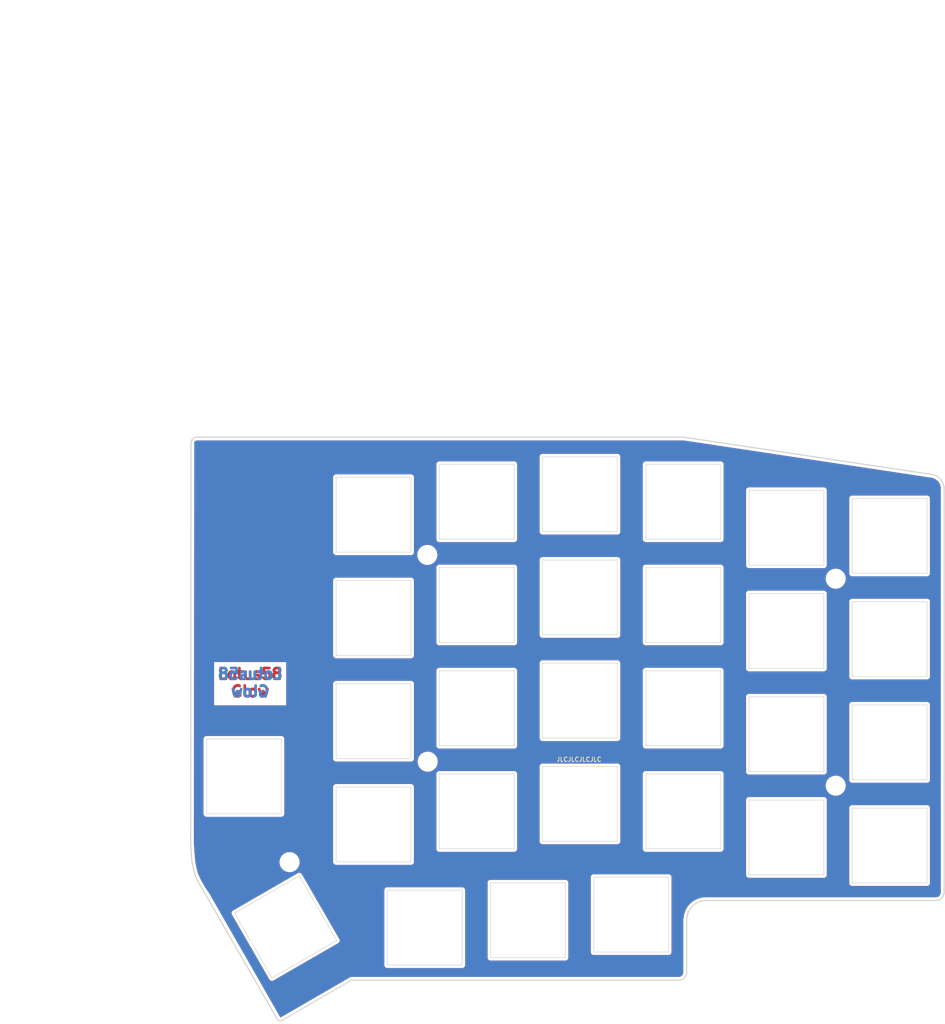
<source format=kicad_pcb>
(kicad_pcb (version 20171130) (host pcbnew "(5.1.9)-1")

  (general
    (thickness 1.6)
    (drawings 65)
    (tracks 0)
    (zones 0)
    (modules 34)
    (nets 1)
  )

  (page A4)
  (title_block
    (title "Lotus 58 Glow MX")
    (date 2020-12-12)
    (rev 0.95)
    (company "Markus Knutsson <markus.knutsson@tweety.se>")
    (comment 1 https://github.com/TweetyDaBird)
    (comment 2 "Licensed under CERN-OHL-S v2 or any superseding version")
  )

  (layers
    (0 F.Cu signal)
    (31 B.Cu signal)
    (32 B.Adhes user)
    (33 F.Adhes user)
    (34 B.Paste user)
    (35 F.Paste user)
    (36 B.SilkS user)
    (37 F.SilkS user)
    (38 B.Mask user)
    (39 F.Mask user)
    (40 Dwgs.User user)
    (41 Cmts.User user)
    (42 Eco1.User user)
    (43 Eco2.User user)
    (44 Edge.Cuts user)
    (45 Margin user)
    (46 B.CrtYd user)
    (47 F.CrtYd user)
    (48 B.Fab user)
    (49 F.Fab user)
  )

  (setup
    (last_trace_width 0.25)
    (user_trace_width 2.5)
    (trace_clearance 0.2)
    (zone_clearance 0.508)
    (zone_45_only no)
    (trace_min 0.2)
    (via_size 0.6096)
    (via_drill 0.3048)
    (via_min_size 0.4)
    (via_min_drill 0.3)
    (uvia_size 0.3)
    (uvia_drill 0.1)
    (uvias_allowed no)
    (uvia_min_size 0.2)
    (uvia_min_drill 0.1)
    (edge_width 0.15)
    (segment_width 0.2)
    (pcb_text_width 0.3)
    (pcb_text_size 1.5 1.5)
    (mod_edge_width 0.15)
    (mod_text_size 1 1)
    (mod_text_width 0.15)
    (pad_size 1.397 1.397)
    (pad_drill 0.8128)
    (pad_to_mask_clearance 0)
    (aux_axis_origin 76.0603 36.6903)
    (visible_elements 7FFFFF7F)
    (pcbplotparams
      (layerselection 0x010f0_ffffffff)
      (usegerberextensions false)
      (usegerberattributes false)
      (usegerberadvancedattributes false)
      (creategerberjobfile false)
      (excludeedgelayer true)
      (linewidth 0.100000)
      (plotframeref false)
      (viasonmask false)
      (mode 1)
      (useauxorigin false)
      (hpglpennumber 1)
      (hpglpenspeed 20)
      (hpglpendiameter 15.000000)
      (psnegative false)
      (psa4output false)
      (plotreference true)
      (plotvalue false)
      (plotinvisibletext false)
      (padsonsilk false)
      (subtractmaskfromsilk true)
      (outputformat 1)
      (mirror false)
      (drillshape 0)
      (scaleselection 1)
      (outputdirectory "gerber/"))
  )

  (net 0 "")

  (net_class Default "これは標準のネット クラスです。"
    (clearance 0.2)
    (trace_width 0.25)
    (via_dia 0.6096)
    (via_drill 0.3048)
    (uvia_dia 0.3)
    (uvia_drill 0.1)
  )

  (net_class GND ""
    (clearance 0.2)
    (trace_width 0.5)
    (via_dia 0.8128)
    (via_drill 0.3048)
    (uvia_dia 0.3)
    (uvia_drill 0.1)
  )

  (net_class VCC ""
    (clearance 0.2)
    (trace_width 0.5)
    (via_dia 0.8128)
    (via_drill 0.3048)
    (uvia_dia 0.3)
    (uvia_drill 0.1)
  )

  (module "Keyboard Library:Cherry_MX_Plate_Hole_Placeholder" locked (layer F.Cu) (tedit 5FD86C71) (tstamp 5D2EB223)
    (at 114.4 50)
    (descr "MX-style keyswitch with reversible Kailh socket mount")
    (tags MX,cherry,gateron,kailh,pg1511,socket)
    (path /5B7225DA)
    (fp_text reference SW1 (at 0 0) (layer F.SilkS) hide
      (effects (font (size 1.27 1.27) (thickness 0.15)))
    )
    (fp_text value SW_PUSH (at 0 0) (layer F.SilkS) hide
      (effects (font (size 1.27 1.27) (thickness 0.15)))
    )
    (fp_line (start 6.9 -6.9) (end -6.9 -6.9) (layer Edge.Cuts) (width 0.1))
    (fp_line (start 6.9 6.9) (end 6.9 -6.9) (layer Edge.Cuts) (width 0.1))
    (fp_line (start 6.9 6.9) (end -6.9 6.9) (layer Edge.Cuts) (width 0.1))
    (fp_line (start -6.9 6.9) (end -6.9 -6.9) (layer Edge.Cuts) (width 0.1))
  )

  (module "Keyboard Library:Cherry_MX_Plate_Hole_Placeholder" locked (layer F.Cu) (tedit 5FD86C71) (tstamp 5D2E3B10)
    (at 190.6 109.55)
    (descr "MX-style keyswitch with reversible Kailh socket mount")
    (tags MX,cherry,gateron,kailh,pg1511,socket)
    (path /5B7270F6)
    (fp_text reference SW23 (at 0 0) (layer F.SilkS) hide
      (effects (font (size 1.27 1.27) (thickness 0.15)))
    )
    (fp_text value SW_PUSH (at 0 0) (layer F.SilkS) hide
      (effects (font (size 1.27 1.27) (thickness 0.15)))
    )
    (fp_line (start 6.9 -6.9) (end -6.9 -6.9) (layer Edge.Cuts) (width 0.1))
    (fp_line (start 6.9 6.9) (end 6.9 -6.9) (layer Edge.Cuts) (width 0.1))
    (fp_line (start 6.9 6.9) (end -6.9 6.9) (layer Edge.Cuts) (width 0.1))
    (fp_line (start -6.9 6.9) (end -6.9 -6.9) (layer Edge.Cuts) (width 0.1))
  )

  (module "Keyboard Library:Cherry_MX_Plate_Hole_Placeholder" locked (layer F.Cu) (tedit 5FD86C71) (tstamp 5D2E3B8E)
    (at 161.95 123.8)
    (descr "MX-style keyswitch with reversible Kailh socket mount")
    (tags MX,cherry,gateron,kailh,pg1511,socket)
    (path /5B73449B)
    (fp_text reference SW29 (at 0 0) (layer F.SilkS) hide
      (effects (font (size 1.27 1.27) (thickness 0.15)))
    )
    (fp_text value SW_PUSH (at 0 0) (layer F.SilkS) hide
      (effects (font (size 1.27 1.27) (thickness 0.15)))
    )
    (fp_line (start 6.9 -6.9) (end -6.9 -6.9) (layer Edge.Cuts) (width 0.1))
    (fp_line (start 6.9 6.9) (end 6.9 -6.9) (layer Edge.Cuts) (width 0.1))
    (fp_line (start 6.9 6.9) (end -6.9 6.9) (layer Edge.Cuts) (width 0.1))
    (fp_line (start -6.9 6.9) (end -6.9 -6.9) (layer Edge.Cuts) (width 0.1))
  )

  (module "Keyboard Library:Cherry_MX_Plate_Hole_Placeholder" locked (layer F.Cu) (tedit 5FD86C71) (tstamp 5D2E3B79)
    (at 142.8977 124.8283)
    (descr "MX-style keyswitch with reversible Kailh socket mount")
    (tags MX,cherry,gateron,kailh,pg1511,socket)
    (path /5B734347)
    (fp_text reference SW28 (at 0 0) (layer F.SilkS) hide
      (effects (font (size 1.27 1.27) (thickness 0.15)))
    )
    (fp_text value SW_PUSH (at 0 0) (layer F.SilkS) hide
      (effects (font (size 1.27 1.27) (thickness 0.15)))
    )
    (fp_line (start 6.9 -6.9) (end -6.9 -6.9) (layer Edge.Cuts) (width 0.1))
    (fp_line (start 6.9 6.9) (end 6.9 -6.9) (layer Edge.Cuts) (width 0.1))
    (fp_line (start 6.9 6.9) (end -6.9 6.9) (layer Edge.Cuts) (width 0.1))
    (fp_line (start -6.9 6.9) (end -6.9 -6.9) (layer Edge.Cuts) (width 0.1))
  )

  (module "Keyboard Library:Cherry_MX_Plate_Hole_Placeholder" locked (layer F.Cu) (tedit 5FD86C71) (tstamp 5D2E3B64)
    (at 123.85 126.2)
    (descr "MX-style keyswitch with reversible Kailh socket mount")
    (tags MX,cherry,gateron,kailh,pg1511,socket)
    (path /5B7293B0)
    (fp_text reference SW27 (at 0 0) (layer F.SilkS) hide
      (effects (font (size 1.27 1.27) (thickness 0.15)))
    )
    (fp_text value SW_PUSH (at 0 0) (layer F.SilkS) hide
      (effects (font (size 1.27 1.27) (thickness 0.15)))
    )
    (fp_line (start 6.9 -6.9) (end -6.9 -6.9) (layer Edge.Cuts) (width 0.1))
    (fp_line (start 6.9 6.9) (end 6.9 -6.9) (layer Edge.Cuts) (width 0.1))
    (fp_line (start 6.9 6.9) (end -6.9 6.9) (layer Edge.Cuts) (width 0.1))
    (fp_line (start -6.9 6.9) (end -6.9 -6.9) (layer Edge.Cuts) (width 0.1))
  )

  (module "Keyboard Library:Cherry_MX_Plate_Hole_Placeholder" locked (layer F.Cu) (tedit 5FD86C71) (tstamp 5FB1EE42)
    (at 98.171 126.0475 300)
    (descr "MX-style keyswitch with reversible Kailh socket mount")
    (tags MX,cherry,gateron,kailh,pg1511,socket)
    (path /5B722582)
    (fp_text reference SW26 (at 0 0 120) (layer F.SilkS) hide
      (effects (font (size 1.27 1.27) (thickness 0.15)))
    )
    (fp_text value SW_PUSH (at 0 0 120) (layer F.SilkS) hide
      (effects (font (size 1.27 1.27) (thickness 0.15)))
    )
    (fp_line (start 6.9 -6.9) (end -6.9 -6.9) (layer Edge.Cuts) (width 0.1))
    (fp_line (start 6.9 6.9) (end 6.9 -6.9) (layer Edge.Cuts) (width 0.1))
    (fp_line (start 6.9 6.9) (end -6.9 6.9) (layer Edge.Cuts) (width 0.1))
    (fp_line (start -6.9 6.9) (end -6.9 -6.9) (layer Edge.Cuts) (width 0.1))
  )

  (module "Keyboard Library:Cherry_MX_Plate_Hole_Placeholder" locked (layer F.Cu) (tedit 5FD86C71) (tstamp 5FAC2AEB)
    (at 90.4748 98.2853)
    (descr "MX-style keyswitch with reversible Kailh socket mount")
    (tags MX,cherry,gateron,kailh,pg1511,socket)
    (path /5B722503)
    (fp_text reference SW25 (at 0 0) (layer F.SilkS) hide
      (effects (font (size 1.27 1.27) (thickness 0.15)))
    )
    (fp_text value SW_PUSH (at 0 0) (layer F.SilkS) hide
      (effects (font (size 1.27 1.27) (thickness 0.15)))
    )
    (fp_line (start 6.9 -6.9) (end -6.9 -6.9) (layer Edge.Cuts) (width 0.1))
    (fp_line (start 6.9 6.9) (end 6.9 -6.9) (layer Edge.Cuts) (width 0.1))
    (fp_line (start 6.9 6.9) (end -6.9 6.9) (layer Edge.Cuts) (width 0.1))
    (fp_line (start -6.9 6.9) (end -6.9 -6.9) (layer Edge.Cuts) (width 0.1))
  )

  (module "Keyboard Library:Cherry_MX_Plate_Hole_Placeholder" locked (layer F.Cu) (tedit 5FD86C71) (tstamp 5FAC4603)
    (at 209.65 111.05)
    (descr "MX-style keyswitch with reversible Kailh socket mount")
    (tags MX,cherry,gateron,kailh,pg1511,socket)
    (path /5B7271A5)
    (fp_text reference SW24 (at 0 0) (layer F.SilkS) hide
      (effects (font (size 1.27 1.27) (thickness 0.15)))
    )
    (fp_text value SW_PUSH (at 0 0) (layer F.SilkS) hide
      (effects (font (size 1.27 1.27) (thickness 0.15)))
    )
    (fp_line (start 6.9 -6.9) (end -6.9 -6.9) (layer Edge.Cuts) (width 0.1))
    (fp_line (start 6.9 6.9) (end 6.9 -6.9) (layer Edge.Cuts) (width 0.1))
    (fp_line (start 6.9 6.9) (end -6.9 6.9) (layer Edge.Cuts) (width 0.1))
    (fp_line (start -6.9 6.9) (end -6.9 -6.9) (layer Edge.Cuts) (width 0.1))
  )

  (module "Keyboard Library:Cherry_MX_Plate_Hole_Placeholder" locked (layer F.Cu) (tedit 5FD86C71) (tstamp 5D2E3AFB)
    (at 171.55 104.75)
    (descr "MX-style keyswitch with reversible Kailh socket mount")
    (tags MX,cherry,gateron,kailh,pg1511,socket)
    (path /5B727035)
    (fp_text reference SW22 (at 0 0) (layer F.SilkS) hide
      (effects (font (size 1.27 1.27) (thickness 0.15)))
    )
    (fp_text value SW_PUSH (at 0 0) (layer F.SilkS) hide
      (effects (font (size 1.27 1.27) (thickness 0.15)))
    )
    (fp_line (start 6.9 -6.9) (end -6.9 -6.9) (layer Edge.Cuts) (width 0.1))
    (fp_line (start 6.9 6.9) (end 6.9 -6.9) (layer Edge.Cuts) (width 0.1))
    (fp_line (start 6.9 6.9) (end -6.9 6.9) (layer Edge.Cuts) (width 0.1))
    (fp_line (start -6.9 6.9) (end -6.9 -6.9) (layer Edge.Cuts) (width 0.1))
  )

  (module "Keyboard Library:Cherry_MX_Plate_Hole_Placeholder" locked (layer F.Cu) (tedit 5FD86C71) (tstamp 5D2E3AE6)
    (at 152.5 103.36)
    (descr "MX-style keyswitch with reversible Kailh socket mount")
    (tags MX,cherry,gateron,kailh,pg1511,socket)
    (path /5B726F89)
    (fp_text reference SW21 (at 0 0) (layer F.SilkS) hide
      (effects (font (size 1.27 1.27) (thickness 0.15)))
    )
    (fp_text value SW_PUSH (at 0 0) (layer F.SilkS) hide
      (effects (font (size 1.27 1.27) (thickness 0.15)))
    )
    (fp_line (start 6.9 -6.9) (end -6.9 -6.9) (layer Edge.Cuts) (width 0.1))
    (fp_line (start 6.9 6.9) (end 6.9 -6.9) (layer Edge.Cuts) (width 0.1))
    (fp_line (start 6.9 6.9) (end -6.9 6.9) (layer Edge.Cuts) (width 0.1))
    (fp_line (start -6.9 6.9) (end -6.9 -6.9) (layer Edge.Cuts) (width 0.1))
  )

  (module "Keyboard Library:Cherry_MX_Plate_Hole_Placeholder" locked (layer F.Cu) (tedit 5FD86C71) (tstamp 5D2E3AD1)
    (at 133.45 104.75)
    (descr "MX-style keyswitch with reversible Kailh socket mount")
    (tags MX,cherry,gateron,kailh,pg1511,socket)
    (path /5B727256)
    (fp_text reference SW20 (at 0 0) (layer F.SilkS) hide
      (effects (font (size 1.27 1.27) (thickness 0.15)))
    )
    (fp_text value SW_PUSH (at 0 0) (layer F.SilkS) hide
      (effects (font (size 1.27 1.27) (thickness 0.15)))
    )
    (fp_line (start 6.9 -6.9) (end -6.9 -6.9) (layer Edge.Cuts) (width 0.1))
    (fp_line (start 6.9 6.9) (end 6.9 -6.9) (layer Edge.Cuts) (width 0.1))
    (fp_line (start 6.9 6.9) (end -6.9 6.9) (layer Edge.Cuts) (width 0.1))
    (fp_line (start -6.9 6.9) (end -6.9 -6.9) (layer Edge.Cuts) (width 0.1))
  )

  (module "Keyboard Library:Cherry_MX_Plate_Hole_Placeholder" locked (layer F.Cu) (tedit 5FD86C71) (tstamp 5D2E3ABC)
    (at 114.4 107.15)
    (descr "MX-style keyswitch with reversible Kailh socket mount")
    (tags MX,cherry,gateron,kailh,pg1511,socket)
    (path /5B727312)
    (fp_text reference SW19 (at 0 0) (layer F.SilkS) hide
      (effects (font (size 1.27 1.27) (thickness 0.15)))
    )
    (fp_text value SW_PUSH (at 0 0) (layer F.SilkS) hide
      (effects (font (size 1.27 1.27) (thickness 0.15)))
    )
    (fp_line (start 6.9 -6.9) (end -6.9 -6.9) (layer Edge.Cuts) (width 0.1))
    (fp_line (start 6.9 6.9) (end 6.9 -6.9) (layer Edge.Cuts) (width 0.1))
    (fp_line (start 6.9 6.9) (end -6.9 6.9) (layer Edge.Cuts) (width 0.1))
    (fp_line (start -6.9 6.9) (end -6.9 -6.9) (layer Edge.Cuts) (width 0.1))
  )

  (module "Keyboard Library:Cherry_MX_Plate_Hole_Placeholder" locked (layer F.Cu) (tedit 5FD86C71) (tstamp 5D2E3AA7)
    (at 209.65 92)
    (descr "MX-style keyswitch with reversible Kailh socket mount")
    (tags MX,cherry,gateron,kailh,pg1511,socket)
    (path /5B725398)
    (fp_text reference SW18 (at 0 0) (layer F.SilkS) hide
      (effects (font (size 1.27 1.27) (thickness 0.15)))
    )
    (fp_text value SW_PUSH (at 0 0) (layer F.SilkS) hide
      (effects (font (size 1.27 1.27) (thickness 0.15)))
    )
    (fp_line (start 6.9 -6.9) (end -6.9 -6.9) (layer Edge.Cuts) (width 0.1))
    (fp_line (start 6.9 6.9) (end 6.9 -6.9) (layer Edge.Cuts) (width 0.1))
    (fp_line (start 6.9 6.9) (end -6.9 6.9) (layer Edge.Cuts) (width 0.1))
    (fp_line (start -6.9 6.9) (end -6.9 -6.9) (layer Edge.Cuts) (width 0.1))
  )

  (module "Keyboard Library:Cherry_MX_Plate_Hole_Placeholder" locked (layer F.Cu) (tedit 5FD86C71) (tstamp 5D2E3A92)
    (at 190.6 90.5)
    (descr "MX-style keyswitch with reversible Kailh socket mount")
    (tags MX,cherry,gateron,kailh,pg1511,socket)
    (path /5B7252F1)
    (fp_text reference SW17 (at 0 0) (layer F.SilkS) hide
      (effects (font (size 1.27 1.27) (thickness 0.15)))
    )
    (fp_text value SW_PUSH (at 0 0) (layer F.SilkS) hide
      (effects (font (size 1.27 1.27) (thickness 0.15)))
    )
    (fp_line (start 6.9 -6.9) (end -6.9 -6.9) (layer Edge.Cuts) (width 0.1))
    (fp_line (start 6.9 6.9) (end 6.9 -6.9) (layer Edge.Cuts) (width 0.1))
    (fp_line (start 6.9 6.9) (end -6.9 6.9) (layer Edge.Cuts) (width 0.1))
    (fp_line (start -6.9 6.9) (end -6.9 -6.9) (layer Edge.Cuts) (width 0.1))
  )

  (module "Keyboard Library:Cherry_MX_Plate_Hole_Placeholder" locked (layer F.Cu) (tedit 5FD86C71) (tstamp 5FB39990)
    (at 171.55 85.7)
    (descr "MX-style keyswitch with reversible Kailh socket mount")
    (tags MX,cherry,gateron,kailh,pg1511,socket)
    (path /5B72524E)
    (fp_text reference SW16 (at 0 0) (layer F.SilkS) hide
      (effects (font (size 1.27 1.27) (thickness 0.15)))
    )
    (fp_text value SW_PUSH (at 0 0) (layer F.SilkS) hide
      (effects (font (size 1.27 1.27) (thickness 0.15)))
    )
    (fp_line (start 6.9 -6.9) (end -6.9 -6.9) (layer Edge.Cuts) (width 0.1))
    (fp_line (start 6.9 6.9) (end 6.9 -6.9) (layer Edge.Cuts) (width 0.1))
    (fp_line (start 6.9 6.9) (end -6.9 6.9) (layer Edge.Cuts) (width 0.1))
    (fp_line (start -6.9 6.9) (end -6.9 -6.9) (layer Edge.Cuts) (width 0.1))
  )

  (module "Keyboard Library:Cherry_MX_Plate_Hole_Placeholder" locked (layer F.Cu) (tedit 5FD86C71) (tstamp 5D2E3A68)
    (at 152.5 84.31)
    (descr "MX-style keyswitch with reversible Kailh socket mount")
    (tags MX,cherry,gateron,kailh,pg1511,socket)
    (path /5B7251BF)
    (fp_text reference SW15 (at 0 0) (layer F.SilkS) hide
      (effects (font (size 1.27 1.27) (thickness 0.15)))
    )
    (fp_text value SW_PUSH (at 0 0) (layer F.SilkS) hide
      (effects (font (size 1.27 1.27) (thickness 0.15)))
    )
    (fp_line (start 6.9 -6.9) (end -6.9 -6.9) (layer Edge.Cuts) (width 0.1))
    (fp_line (start 6.9 6.9) (end 6.9 -6.9) (layer Edge.Cuts) (width 0.1))
    (fp_line (start 6.9 6.9) (end -6.9 6.9) (layer Edge.Cuts) (width 0.1))
    (fp_line (start -6.9 6.9) (end -6.9 -6.9) (layer Edge.Cuts) (width 0.1))
  )

  (module "Keyboard Library:Cherry_MX_Plate_Hole_Placeholder" locked (layer F.Cu) (tedit 5FD86C71) (tstamp 5D2E3A53)
    (at 133.45 85.7)
    (descr "MX-style keyswitch with reversible Kailh socket mount")
    (tags MX,cherry,gateron,kailh,pg1511,socket)
    (path /5B725133)
    (fp_text reference SW14 (at 0 0) (layer F.SilkS) hide
      (effects (font (size 1.27 1.27) (thickness 0.15)))
    )
    (fp_text value SW_PUSH (at 0 0) (layer F.SilkS) hide
      (effects (font (size 1.27 1.27) (thickness 0.15)))
    )
    (fp_line (start 6.9 -6.9) (end -6.9 -6.9) (layer Edge.Cuts) (width 0.1))
    (fp_line (start 6.9 6.9) (end 6.9 -6.9) (layer Edge.Cuts) (width 0.1))
    (fp_line (start 6.9 6.9) (end -6.9 6.9) (layer Edge.Cuts) (width 0.1))
    (fp_line (start -6.9 6.9) (end -6.9 -6.9) (layer Edge.Cuts) (width 0.1))
  )

  (module "Keyboard Library:Cherry_MX_Plate_Hole_Placeholder" locked (layer F.Cu) (tedit 5FD86C71) (tstamp 5D2E3A3E)
    (at 114.4 88.1)
    (descr "MX-style keyswitch with reversible Kailh socket mount")
    (tags MX,cherry,gateron,kailh,pg1511,socket)
    (path /5B7250AD)
    (fp_text reference SW13 (at 0 0) (layer F.SilkS) hide
      (effects (font (size 1.27 1.27) (thickness 0.15)))
    )
    (fp_text value SW_PUSH (at 0 0) (layer F.SilkS) hide
      (effects (font (size 1.27 1.27) (thickness 0.15)))
    )
    (fp_line (start 6.9 -6.9) (end -6.9 -6.9) (layer Edge.Cuts) (width 0.1))
    (fp_line (start 6.9 6.9) (end 6.9 -6.9) (layer Edge.Cuts) (width 0.1))
    (fp_line (start 6.9 6.9) (end -6.9 6.9) (layer Edge.Cuts) (width 0.1))
    (fp_line (start -6.9 6.9) (end -6.9 -6.9) (layer Edge.Cuts) (width 0.1))
  )

  (module "Keyboard Library:Cherry_MX_Plate_Hole_Placeholder" locked (layer F.Cu) (tedit 5FD86C71) (tstamp 5D2E3A29)
    (at 209.65 72.95)
    (descr "MX-style keyswitch with reversible Kailh socket mount")
    (tags MX,cherry,gateron,kailh,pg1511,socket)
    (path /5B723AD3)
    (fp_text reference SW12 (at 0 0) (layer F.SilkS) hide
      (effects (font (size 1.27 1.27) (thickness 0.15)))
    )
    (fp_text value SW_PUSH (at 0 0) (layer F.SilkS) hide
      (effects (font (size 1.27 1.27) (thickness 0.15)))
    )
    (fp_line (start 6.9 -6.9) (end -6.9 -6.9) (layer Edge.Cuts) (width 0.1))
    (fp_line (start 6.9 6.9) (end 6.9 -6.9) (layer Edge.Cuts) (width 0.1))
    (fp_line (start 6.9 6.9) (end -6.9 6.9) (layer Edge.Cuts) (width 0.1))
    (fp_line (start -6.9 6.9) (end -6.9 -6.9) (layer Edge.Cuts) (width 0.1))
  )

  (module "Keyboard Library:Cherry_MX_Plate_Hole_Placeholder" locked (layer F.Cu) (tedit 5FD86C71) (tstamp 5D2E3A14)
    (at 190.6 71.45)
    (descr "MX-style keyswitch with reversible Kailh socket mount")
    (tags MX,cherry,gateron,kailh,pg1511,socket)
    (path /5B72387D)
    (fp_text reference SW11 (at 0 0) (layer F.SilkS) hide
      (effects (font (size 1.27 1.27) (thickness 0.15)))
    )
    (fp_text value SW_PUSH (at 0 0) (layer F.SilkS) hide
      (effects (font (size 1.27 1.27) (thickness 0.15)))
    )
    (fp_line (start 6.9 -6.9) (end -6.9 -6.9) (layer Edge.Cuts) (width 0.1))
    (fp_line (start 6.9 6.9) (end 6.9 -6.9) (layer Edge.Cuts) (width 0.1))
    (fp_line (start 6.9 6.9) (end -6.9 6.9) (layer Edge.Cuts) (width 0.1))
    (fp_line (start -6.9 6.9) (end -6.9 -6.9) (layer Edge.Cuts) (width 0.1))
  )

  (module "Keyboard Library:Cherry_MX_Plate_Hole_Placeholder" locked (layer F.Cu) (tedit 5FD86C71) (tstamp 5D2E39FF)
    (at 171.55 66.65)
    (descr "MX-style keyswitch with reversible Kailh socket mount")
    (tags MX,cherry,gateron,kailh,pg1511,socket)
    (path /5B7237A6)
    (fp_text reference SW10 (at 0 0) (layer F.SilkS) hide
      (effects (font (size 1.27 1.27) (thickness 0.15)))
    )
    (fp_text value SW_PUSH (at 0 0) (layer F.SilkS) hide
      (effects (font (size 1.27 1.27) (thickness 0.15)))
    )
    (fp_line (start 6.9 -6.9) (end -6.9 -6.9) (layer Edge.Cuts) (width 0.1))
    (fp_line (start 6.9 6.9) (end 6.9 -6.9) (layer Edge.Cuts) (width 0.1))
    (fp_line (start 6.9 6.9) (end -6.9 6.9) (layer Edge.Cuts) (width 0.1))
    (fp_line (start -6.9 6.9) (end -6.9 -6.9) (layer Edge.Cuts) (width 0.1))
  )

  (module "Keyboard Library:Cherry_MX_Plate_Hole_Placeholder" locked (layer F.Cu) (tedit 5FD86C71) (tstamp 5D2E39EA)
    (at 152.5 65.26)
    (descr "MX-style keyswitch with reversible Kailh socket mount")
    (tags MX,cherry,gateron,kailh,pg1511,socket)
    (path /5B723731)
    (fp_text reference SW9 (at 0 0) (layer F.SilkS) hide
      (effects (font (size 1.27 1.27) (thickness 0.15)))
    )
    (fp_text value SW_PUSH (at 0 0) (layer F.SilkS) hide
      (effects (font (size 1.27 1.27) (thickness 0.15)))
    )
    (fp_line (start 6.9 -6.9) (end -6.9 -6.9) (layer Edge.Cuts) (width 0.1))
    (fp_line (start 6.9 6.9) (end 6.9 -6.9) (layer Edge.Cuts) (width 0.1))
    (fp_line (start 6.9 6.9) (end -6.9 6.9) (layer Edge.Cuts) (width 0.1))
    (fp_line (start -6.9 6.9) (end -6.9 -6.9) (layer Edge.Cuts) (width 0.1))
  )

  (module "Keyboard Library:Cherry_MX_Plate_Hole_Placeholder" locked (layer F.Cu) (tedit 5FD86C71) (tstamp 5FE2A4B7)
    (at 133.45 66.65)
    (descr "MX-style keyswitch with reversible Kailh socket mount")
    (tags MX,cherry,gateron,kailh,pg1511,socket)
    (path /5B723388)
    (fp_text reference SW8 (at 0 0) (layer F.SilkS) hide
      (effects (font (size 1.27 1.27) (thickness 0.15)))
    )
    (fp_text value SW_PUSH (at 0 0) (layer F.SilkS) hide
      (effects (font (size 1.27 1.27) (thickness 0.15)))
    )
    (fp_line (start 6.9 -6.9) (end -6.9 -6.9) (layer Edge.Cuts) (width 0.1))
    (fp_line (start 6.9 6.9) (end 6.9 -6.9) (layer Edge.Cuts) (width 0.1))
    (fp_line (start 6.9 6.9) (end -6.9 6.9) (layer Edge.Cuts) (width 0.1))
    (fp_line (start -6.9 6.9) (end -6.9 -6.9) (layer Edge.Cuts) (width 0.1))
  )

  (module "Keyboard Library:Cherry_MX_Plate_Hole_Placeholder" locked (layer F.Cu) (tedit 5FD86C71) (tstamp 5D2E39C0)
    (at 114.4 69.05)
    (descr "MX-style keyswitch with reversible Kailh socket mount")
    (tags MX,cherry,gateron,kailh,pg1511,socket)
    (path /5B723C9D)
    (fp_text reference SW7 (at 0 0) (layer F.SilkS) hide
      (effects (font (size 1.27 1.27) (thickness 0.15)))
    )
    (fp_text value SW_PUSH (at 0 0) (layer F.SilkS) hide
      (effects (font (size 1.27 1.27) (thickness 0.15)))
    )
    (fp_line (start 6.9 -6.9) (end -6.9 -6.9) (layer Edge.Cuts) (width 0.1))
    (fp_line (start 6.9 6.9) (end 6.9 -6.9) (layer Edge.Cuts) (width 0.1))
    (fp_line (start 6.9 6.9) (end -6.9 6.9) (layer Edge.Cuts) (width 0.1))
    (fp_line (start -6.9 6.9) (end -6.9 -6.9) (layer Edge.Cuts) (width 0.1))
  )

  (module "Keyboard Library:Cherry_MX_Plate_Hole_Placeholder" locked (layer F.Cu) (tedit 5FD86C71) (tstamp 5D2E39AB)
    (at 209.65 53.9)
    (descr "MX-style keyswitch with reversible Kailh socket mount")
    (tags MX,cherry,gateron,kailh,pg1511,socket)
    (path /5B722CA9)
    (fp_text reference SW6 (at 0 0) (layer F.SilkS) hide
      (effects (font (size 1.27 1.27) (thickness 0.15)))
    )
    (fp_text value SW_PUSH (at 0 0) (layer F.SilkS) hide
      (effects (font (size 1.27 1.27) (thickness 0.15)))
    )
    (fp_line (start 6.9 -6.9) (end -6.9 -6.9) (layer Edge.Cuts) (width 0.1))
    (fp_line (start 6.9 6.9) (end 6.9 -6.9) (layer Edge.Cuts) (width 0.1))
    (fp_line (start 6.9 6.9) (end -6.9 6.9) (layer Edge.Cuts) (width 0.1))
    (fp_line (start -6.9 6.9) (end -6.9 -6.9) (layer Edge.Cuts) (width 0.1))
  )

  (module "Keyboard Library:Cherry_MX_Plate_Hole_Placeholder" locked (layer F.Cu) (tedit 5FD86C71) (tstamp 5FD2C7F5)
    (at 190.6 52.4)
    (descr "MX-style keyswitch with reversible Kailh socket mount")
    (tags MX,cherry,gateron,kailh,pg1511,socket)
    (path /5B722B51)
    (fp_text reference SW5 (at 0 0) (layer F.SilkS) hide
      (effects (font (size 1.27 1.27) (thickness 0.15)))
    )
    (fp_text value SW_PUSH (at 0 0) (layer F.SilkS) hide
      (effects (font (size 1.27 1.27) (thickness 0.15)))
    )
    (fp_line (start 6.9 -6.9) (end -6.9 -6.9) (layer Edge.Cuts) (width 0.1))
    (fp_line (start 6.9 6.9) (end 6.9 -6.9) (layer Edge.Cuts) (width 0.1))
    (fp_line (start 6.9 6.9) (end -6.9 6.9) (layer Edge.Cuts) (width 0.1))
    (fp_line (start -6.9 6.9) (end -6.9 -6.9) (layer Edge.Cuts) (width 0.1))
  )

  (module "Keyboard Library:Cherry_MX_Plate_Hole_Placeholder" locked (layer F.Cu) (tedit 5FD86C71) (tstamp 5D2E3981)
    (at 171.55 47.6)
    (descr "MX-style keyswitch with reversible Kailh socket mount")
    (tags MX,cherry,gateron,kailh,pg1511,socket)
    (path /5B722A11)
    (fp_text reference SW4 (at 0 0) (layer F.SilkS) hide
      (effects (font (size 1.27 1.27) (thickness 0.15)))
    )
    (fp_text value SW_PUSH (at 0 0) (layer F.SilkS) hide
      (effects (font (size 1.27 1.27) (thickness 0.15)))
    )
    (fp_line (start 6.9 -6.9) (end -6.9 -6.9) (layer Edge.Cuts) (width 0.1))
    (fp_line (start 6.9 6.9) (end 6.9 -6.9) (layer Edge.Cuts) (width 0.1))
    (fp_line (start 6.9 6.9) (end -6.9 6.9) (layer Edge.Cuts) (width 0.1))
    (fp_line (start -6.9 6.9) (end -6.9 -6.9) (layer Edge.Cuts) (width 0.1))
  )

  (module "Keyboard Library:Cherry_MX_Plate_Hole_Placeholder" locked (layer F.Cu) (tedit 5FD86C71) (tstamp 5D2E396C)
    (at 152.5 46.21)
    (descr "MX-style keyswitch with reversible Kailh socket mount")
    (tags MX,cherry,gateron,kailh,pg1511,socket)
    (path /5B7228F7)
    (fp_text reference SW3 (at 0 0) (layer F.SilkS) hide
      (effects (font (size 1.27 1.27) (thickness 0.15)))
    )
    (fp_text value SW_PUSH (at 0 0) (layer F.SilkS) hide
      (effects (font (size 1.27 1.27) (thickness 0.15)))
    )
    (fp_line (start 6.9 -6.9) (end -6.9 -6.9) (layer Edge.Cuts) (width 0.1))
    (fp_line (start 6.9 6.9) (end 6.9 -6.9) (layer Edge.Cuts) (width 0.1))
    (fp_line (start 6.9 6.9) (end -6.9 6.9) (layer Edge.Cuts) (width 0.1))
    (fp_line (start -6.9 6.9) (end -6.9 -6.9) (layer Edge.Cuts) (width 0.1))
  )

  (module "Keyboard Library:Cherry_MX_Plate_Hole_Placeholder" locked (layer F.Cu) (tedit 5FD86C71) (tstamp 5D2E3957)
    (at 133.45 47.6)
    (descr "MX-style keyswitch with reversible Kailh socket mount")
    (tags MX,cherry,gateron,kailh,pg1511,socket)
    (path /5B7227CD)
    (fp_text reference SW2 (at 0 0) (layer F.SilkS) hide
      (effects (font (size 1.27 1.27) (thickness 0.15)))
    )
    (fp_text value SW_PUSH (at 0 0) (layer F.SilkS) hide
      (effects (font (size 1.27 1.27) (thickness 0.15)))
    )
    (fp_line (start 6.9 -6.9) (end -6.9 -6.9) (layer Edge.Cuts) (width 0.1))
    (fp_line (start 6.9 6.9) (end 6.9 -6.9) (layer Edge.Cuts) (width 0.1))
    (fp_line (start 6.9 6.9) (end -6.9 6.9) (layer Edge.Cuts) (width 0.1))
    (fp_line (start -6.9 6.9) (end -6.9 -6.9) (layer Edge.Cuts) (width 0.1))
  )

  (module MountingHole:MountingHole_2.7mm_M2.5 (layer F.Cu) (tedit 56D1B4CB) (tstamp 6029B1BE)
    (at 199.7 100)
    (descr "Mounting Hole 2.7mm, no annular, M2.5")
    (tags "mounting hole 2.7mm no annular m2.5")
    (attr virtual)
    (fp_text reference REF** (at 0 -3.7) (layer F.SilkS) hide
      (effects (font (size 1 1) (thickness 0.15)))
    )
    (fp_text value MountingHole_2.7mm_M2.5 (at 0 3.7) (layer F.Fab)
      (effects (font (size 1 1) (thickness 0.15)))
    )
    (fp_circle (center 0 0) (end 2.95 0) (layer F.CrtYd) (width 0.05))
    (fp_circle (center 0 0) (end 2.7 0) (layer Cmts.User) (width 0.15))
    (fp_text user %R (at 0.3 0) (layer F.Fab)
      (effects (font (size 1 1) (thickness 0.15)))
    )
    (pad 1 np_thru_hole circle (at 0 0) (size 2.7 2.7) (drill 2.7) (layers *.Cu *.Mask))
  )

  (module MountingHole:MountingHole_2.7mm_M2.5 (layer F.Cu) (tedit 56D1B4CB) (tstamp 6029B1BE)
    (at 199.7 61.8)
    (descr "Mounting Hole 2.7mm, no annular, M2.5")
    (tags "mounting hole 2.7mm no annular m2.5")
    (attr virtual)
    (fp_text reference REF** (at 0 -3.7) (layer F.SilkS) hide
      (effects (font (size 1 1) (thickness 0.15)))
    )
    (fp_text value MountingHole_2.7mm_M2.5 (at 0 3.7) (layer F.Fab)
      (effects (font (size 1 1) (thickness 0.15)))
    )
    (fp_circle (center 0 0) (end 2.95 0) (layer F.CrtYd) (width 0.05))
    (fp_circle (center 0 0) (end 2.7 0) (layer Cmts.User) (width 0.15))
    (fp_text user %R (at 0.3 0) (layer F.Fab)
      (effects (font (size 1 1) (thickness 0.15)))
    )
    (pad 1 np_thru_hole circle (at 0 0) (size 2.7 2.7) (drill 2.7) (layers *.Cu *.Mask))
  )

  (module MountingHole:MountingHole_2.7mm_M2.5 (layer F.Cu) (tedit 56D1B4CB) (tstamp 6029B1BE)
    (at 98.8949 114.1095)
    (descr "Mounting Hole 2.7mm, no annular, M2.5")
    (tags "mounting hole 2.7mm no annular m2.5")
    (attr virtual)
    (fp_text reference REF** (at 0 -3.7) (layer F.SilkS) hide
      (effects (font (size 1 1) (thickness 0.15)))
    )
    (fp_text value MountingHole_2.7mm_M2.5 (at 0 3.7) (layer F.Fab)
      (effects (font (size 1 1) (thickness 0.15)))
    )
    (fp_circle (center 0 0) (end 2.95 0) (layer F.CrtYd) (width 0.05))
    (fp_circle (center 0 0) (end 2.7 0) (layer Cmts.User) (width 0.15))
    (fp_text user %R (at 0.3 0) (layer F.Fab)
      (effects (font (size 1 1) (thickness 0.15)))
    )
    (pad 1 np_thru_hole circle (at 0 0) (size 2.7 2.7) (drill 2.7) (layers *.Cu *.Mask))
  )

  (module MountingHole:MountingHole_2.7mm_M2.5 (layer F.Cu) (tedit 56D1B4CB) (tstamp 6029B1BE)
    (at 124.3965 95.5675)
    (descr "Mounting Hole 2.7mm, no annular, M2.5")
    (tags "mounting hole 2.7mm no annular m2.5")
    (attr virtual)
    (fp_text reference REF** (at 0 -3.7) (layer F.SilkS) hide
      (effects (font (size 1 1) (thickness 0.15)))
    )
    (fp_text value MountingHole_2.7mm_M2.5 (at 0 3.7) (layer F.Fab)
      (effects (font (size 1 1) (thickness 0.15)))
    )
    (fp_circle (center 0 0) (end 2.95 0) (layer F.CrtYd) (width 0.05))
    (fp_circle (center 0 0) (end 2.7 0) (layer Cmts.User) (width 0.15))
    (fp_text user %R (at 0.3 0) (layer F.Fab)
      (effects (font (size 1 1) (thickness 0.15)))
    )
    (pad 1 np_thru_hole circle (at 0 0) (size 2.7 2.7) (drill 2.7) (layers *.Cu *.Mask))
  )

  (module MountingHole:MountingHole_2.7mm_M2.5 (layer F.Cu) (tedit 56D1B4CB) (tstamp 6029B199)
    (at 124.32538 57.40908)
    (descr "Mounting Hole 2.7mm, no annular, M2.5")
    (tags "mounting hole 2.7mm no annular m2.5")
    (attr virtual)
    (fp_text reference REF** (at 0 -3.7) (layer F.SilkS) hide
      (effects (font (size 1 1) (thickness 0.15)))
    )
    (fp_text value MountingHole_2.7mm_M2.5 (at 0 3.7) (layer F.Fab)
      (effects (font (size 1 1) (thickness 0.15)))
    )
    (fp_circle (center 0 0) (end 2.95 0) (layer F.CrtYd) (width 0.05))
    (fp_circle (center 0 0) (end 2.7 0) (layer Cmts.User) (width 0.15))
    (fp_text user %R (at 0.3 0) (layer F.Fab)
      (effects (font (size 1 1) (thickness 0.15)))
    )
    (pad 1 np_thru_hole circle (at 0 0) (size 2.7 2.7) (drill 2.7) (layers *.Cu *.Mask))
  )

  (gr_text JLCJLCJLCJLC (at 152.32 95.15) (layer F.SilkS)
    (effects (font (size 0.8 0.8) (thickness 0.15)))
  )
  (gr_text "Lotus58\nGlow" (at 91.63 80.99) (layer B.Cu) (tstamp 6029B321)
    (effects (font (size 2 2) (thickness 0.5)) (justify mirror))
  )
  (gr_text "Lotus58\nGlow" (at 91.63 80.99) (layer F.Cu) (tstamp 6029B60F)
    (effects (font (size 2 2) (thickness 0.5)))
  )
  (dimension 139.00462 (width 0.15) (layer Eco1.User)
    (gr_text "139,005 mm" (at 150.20261 20.544) (layer Eco1.User)
      (effects (font (size 1 1) (thickness 0.15)))
    )
    (feature1 (pts (xy 80.7003 44.8564) (xy 80.7003 21.257579)))
    (feature2 (pts (xy 219.70492 44.8564) (xy 219.70492 21.257579)))
    (crossbar (pts (xy 219.70492 21.844) (xy 80.7003 21.844)))
    (arrow1a (pts (xy 80.7003 21.844) (xy 81.826804 21.257579)))
    (arrow1b (pts (xy 80.7003 21.844) (xy 81.826804 22.430421)))
    (arrow2a (pts (xy 219.70492 21.844) (xy 218.578416 21.257579)))
    (arrow2b (pts (xy 219.70492 21.844) (xy 218.578416 22.430421)))
  )
  (gr_line (start 80.7085 111.8235) (end 80.772 112.649) (layer Edge.Cuts) (width 0.2) (tstamp 5FB11E18))
  (gr_line (start 80.772 112.649) (end 80.899 114.1095) (layer Edge.Cuts) (width 0.2) (tstamp 5FB11B71))
  (gr_line (start 97.594758 143.271756) (end 110.31982 135.90524) (layer Edge.Cuts) (width 0.2))
  (gr_line (start 218.511891 42.96639) (end 217.79552 42.621355) (layer Edge.Cuts) (width 0.2))
  (gr_line (start 219.50172 44.1452) (end 219.70492 44.8564) (layer Edge.Cuts) (width 0.2) (tstamp 5FAC4583))
  (gr_line (start 219.13342 43.5102) (end 219.50172 44.1452) (layer Edge.Cuts) (width 0.2))
  (dimension 106.7181 (width 0.3) (layer Eco1.User) (tstamp 5BE6B60C)
    (gr_text "106,718 mm" (at 70.9603 90.04935 270) (layer Eco1.User) (tstamp 5BE6B60C)
      (effects (font (size 1.5 1.5) (thickness 0.3)))
    )
    (feature1 (pts (xy 76.0603 143.4084) (xy 72.473879 143.4084)))
    (feature2 (pts (xy 76.0603 36.6903) (xy 72.473879 36.6903)))
    (crossbar (pts (xy 73.0603 36.6903) (xy 73.0603 143.4084)))
    (arrow1a (pts (xy 73.0603 143.4084) (xy 72.473879 142.281896)))
    (arrow1b (pts (xy 73.0603 143.4084) (xy 73.646721 142.281896)))
    (arrow2a (pts (xy 73.0603 36.6903) (xy 72.473879 37.816804)))
    (arrow2b (pts (xy 73.0603 36.6903) (xy 73.646721 37.816804)))
  )
  (gr_line (start 175.719348 121.193595) (end 218.18092 121.19356) (layer Edge.Cuts) (width 0.2))
  (gr_line (start 175.013524 121.264638) (end 175.719348 121.193595) (layer Edge.Cuts) (width 0.2))
  (gr_line (start 174.356326 121.468421) (end 175.013524 121.264638) (layer Edge.Cuts) (width 0.2))
  (gr_line (start 173.761773 121.790925) (end 174.356326 121.468421) (layer Edge.Cuts) (width 0.2))
  (gr_line (start 173.243884 122.218131) (end 173.761773 121.790925) (layer Edge.Cuts) (width 0.2))
  (gr_line (start 172.816678 122.73602) (end 173.243884 122.218131) (layer Edge.Cuts) (width 0.2))
  (gr_line (start 172.494174 123.330573) (end 172.816678 122.73602) (layer Edge.Cuts) (width 0.2))
  (gr_line (start 172.290391 123.987771) (end 172.494174 123.330573) (layer Edge.Cuts) (width 0.2))
  (gr_line (start 172.19422 124.69622) (end 172.290391 123.987771) (layer Edge.Cuts) (width 0.2))
  (gr_line (start 217.79552 42.621355) (end 171.704 35.687) (layer Edge.Cuts) (width 0.2))
  (gr_line (start 171.53204 135.649242) (end 171.277232 135.787458) (layer Edge.Cuts) (width 0.2))
  (gr_line (start 171.753993 135.466153) (end 171.53204 135.649242) (layer Edge.Cuts) (width 0.2))
  (gr_line (start 171.937081 135.244201) (end 171.753993 135.466153) (layer Edge.Cuts) (width 0.2))
  (gr_line (start 172.075297 134.989392) (end 171.937081 135.244201) (layer Edge.Cuts) (width 0.2) (tstamp 5FB0BD0B))
  (gr_line (start 172.162633 134.707736) (end 172.075297 134.989392) (layer Edge.Cuts) (width 0.2))
  (gr_line (start 172.19308 134.427634) (end 172.162633 134.707736) (layer Edge.Cuts) (width 0.2))
  (gr_line (start 219.70492 44.8564) (end 219.70492 119.6848) (layer Edge.Cuts) (width 0.2))
  (gr_line (start 81.163697 35.869721) (end 81.342063 35.77297) (layer Edge.Cuts) (width 0.2) (tstamp 5FB119D9))
  (gr_line (start 81.00833 35.997883) (end 81.163697 35.869721) (layer Edge.Cuts) (width 0.2) (tstamp 5FB119D6))
  (gr_line (start 80.880169 36.153249) (end 81.00833 35.997883) (layer Edge.Cuts) (width 0.2) (tstamp 5FB119D0))
  (gr_line (start 80.783417 36.331615) (end 80.880169 36.153249) (layer Edge.Cuts) (width 0.2) (tstamp 5FB119D3))
  (gr_line (start 80.722283 36.528775) (end 80.783417 36.331615) (layer Edge.Cuts) (width 0.2) (tstamp 5FB119C7))
  (gr_line (start 80.7003 36.7444) (end 80.722283 36.528775) (layer Edge.Cuts) (width 0.2) (tstamp 5FB119C4))
  (gr_line (start 81.539222 35.711835) (end 81.7544 35.6903) (layer Edge.Cuts) (width 0.2) (tstamp 5FB119CD))
  (gr_line (start 81.342063 35.77297) (end 81.539222 35.711835) (layer Edge.Cuts) (width 0.2) (tstamp 5FB119CA))
  (gr_line (start 171.704 35.687) (end 81.7544 35.6903) (layer Edge.Cuts) (width 0.2) (tstamp 5FDBB7F0))
  (gr_line (start 80.645 110.617) (end 80.7003 36.7444) (layer Edge.Cuts) (width 0.2))
  (gr_line (start 81.4197 116.3955) (end 81.9785 117.6655) (layer Edge.Cuts) (width 0.2) (tstamp 5FAC2F1F))
  (gr_line (start 81.153 115.3795) (end 81.4197 116.3955) (layer Edge.Cuts) (width 0.2))
  (gr_line (start 80.645 110.617) (end 80.7085 111.8235) (layer Edge.Cuts) (width 0.2))
  (gr_line (start 97.426864 143.357278) (end 97.594758 143.271756) (layer Edge.Cuts) (width 0.2))
  (gr_line (start 97.268206 143.404468) (end 97.426864 143.357278) (layer Edge.Cuts) (width 0.2))
  (gr_line (start 97.119252 143.413974) (end 97.268206 143.404468) (layer Edge.Cuts) (width 0.2))
  (gr_line (start 96.98047 143.386445) (end 97.119252 143.413974) (layer Edge.Cuts) (width 0.2))
  (gr_line (start 96.852328 143.322532) (end 96.98047 143.386445) (layer Edge.Cuts) (width 0.2))
  (gr_line (start 96.735295 143.222884) (end 96.852328 143.322532) (layer Edge.Cuts) (width 0.2))
  (gr_line (start 96.629837 143.08815) (end 96.735295 143.222884) (layer Edge.Cuts) (width 0.2))
  (gr_line (start 81.9785 117.6655) (end 96.629837 143.08815) (layer Edge.Cuts) (width 0.2))
  (gr_line (start 80.899 114.1095) (end 81.153 115.3795) (layer Edge.Cuts) (width 0.2))
  (gr_line (start 110.31982 135.90524) (end 170.69308 135.90524) (layer Edge.Cuts) (width 0.2))
  (gr_line (start 172.19422 124.69622) (end 172.19308 134.427634) (layer Edge.Cuts) (width 0.2))
  (gr_line (start 170.995576 135.874793) (end 170.69308 135.90524) (layer Edge.Cuts) (width 0.2))
  (gr_line (start 171.277232 135.787458) (end 170.995576 135.874793) (layer Edge.Cuts) (width 0.2))
  (gr_line (start 219.13342 43.5102) (end 218.511891 42.96639) (layer Edge.Cuts) (width 0.2))
  (gr_line (start 218.500315 121.165688) (end 218.18092 121.19356) (layer Edge.Cuts) (width 0.2) (tstamp 5FAC46A0))
  (gr_line (start 218.781972 121.078352) (end 218.500315 121.165688) (layer Edge.Cuts) (width 0.2) (tstamp 5FAC469D))
  (gr_line (start 219.03678 120.940136) (end 218.781972 121.078352) (layer Edge.Cuts) (width 0.2) (tstamp 5FAC468E))
  (gr_line (start 219.258732 120.757048) (end 219.03678 120.940136) (layer Edge.Cuts) (width 0.2) (tstamp 5FAC468B))
  (gr_line (start 219.441821 120.535096) (end 219.258732 120.757048) (layer Edge.Cuts) (width 0.2) (tstamp 5FAC469A))
  (gr_line (start 219.580037 120.280287) (end 219.441821 120.535096) (layer Edge.Cuts) (width 0.2) (tstamp 5FAC4694))
  (gr_line (start 219.667372 119.998631) (end 219.580037 120.280287) (layer Edge.Cuts) (width 0.2) (tstamp 5FAC4691))
  (gr_line (start 219.70492 119.6848) (end 219.667372 119.998631) (layer Edge.Cuts) (width 0.2) (tstamp 5FAC4697))
  (gr_line (start 61.3824 -17.470697) (end 61.3824 -17.470697) (layer Eco2.User) (width 0.1))
  (gr_line (start 45.503294 -44.952764) (end 45.503294 -44.952764) (layer Eco2.User) (width 0.1))

  (zone (net 0) (net_name "") (layer B.Cu) (tstamp 60413579) (hatch edge 0.508)
    (connect_pads (clearance 0.508))
    (min_thickness 0.254)
    (fill yes (arc_segments 16) (thermal_gap 0.508) (thermal_bridge_width 0.508))
    (polygon
      (pts
        (xy 72.54265 35.2056) (xy 219.76055 35.1016) (xy 219.9 121) (xy 173.9 121) (xy 173.9 136)
        (xy 111.9 136) (xy 97.9 144) (xy 84.074 119.888) (xy 72.6821 103.104)
      )
    )
    (filled_polygon
      (pts
        (xy 217.576499 43.331674) (xy 218.103023 43.585272) (xy 218.558348 43.983661) (xy 218.820095 44.43495) (xy 218.96992 44.959338)
        (xy 218.969921 119.64098) (xy 218.945527 119.844869) (xy 218.89945 119.993469) (xy 218.829626 120.122193) (xy 218.736622 120.234938)
        (xy 218.623879 120.32794) (xy 218.495153 120.397765) (xy 218.357908 120.440322) (xy 218.148916 120.45856) (xy 175.790942 120.458596)
        (xy 175.790165 120.458443) (xy 175.718624 120.458596) (xy 175.683243 120.458596) (xy 175.682458 120.458673) (xy 175.681663 120.458675)
        (xy 175.646218 120.462243) (xy 175.575263 120.469231) (xy 175.574506 120.469461) (xy 174.974368 120.529866) (xy 174.936611 120.530098)
        (xy 174.867053 120.544379) (xy 174.797621 120.558345) (xy 174.762778 120.572865) (xy 174.173138 120.755701) (xy 174.137599 120.762997)
        (xy 174.037612 120.805134) (xy 174.037601 120.80514) (xy 174.004173 120.819228) (xy 173.974142 120.839562) (xy 173.912498 120.873)
        (xy 173.9 120.873) (xy 173.875224 120.87544) (xy 173.851399 120.882667) (xy 173.829443 120.894403) (xy 173.810197 120.910197)
        (xy 173.794403 120.929443) (xy 173.78867 120.940168) (xy 173.444237 121.127) (xy 173.411981 121.140456) (xy 173.380754 121.161435)
        (xy 173.379587 121.162068) (xy 173.350911 121.181484) (xy 173.321917 121.200963) (xy 173.320884 121.201815) (xy 173.289742 121.222901)
        (xy 173.265186 121.247761) (xy 172.805461 121.626988) (xy 172.776787 121.646043) (xy 172.749757 121.672938) (xy 172.748325 121.674119)
        (xy 172.724091 121.698475) (xy 172.699872 121.722573) (xy 172.698697 121.723997) (xy 172.671796 121.751034) (xy 172.652739 121.779711)
        (xy 172.273518 122.239428) (xy 172.248654 122.263989) (xy 172.227564 122.295137) (xy 172.226716 122.296165) (xy 172.207282 122.325091)
        (xy 172.187821 122.353834) (xy 172.187188 122.355001) (xy 172.166208 122.386229) (xy 172.152751 122.418487) (xy 171.865321 122.94838)
        (xy 171.84498 122.97842) (xy 171.802842 123.078406) (xy 171.80284 123.078414) (xy 171.78875 123.111847) (xy 171.781456 123.147377)
        (xy 171.602401 123.724826) (xy 171.591991 123.747558) (xy 171.581009 123.793816) (xy 171.577673 123.804574) (xy 171.572672 123.828932)
        (xy 171.566928 123.853126) (xy 171.565413 123.864288) (xy 171.555851 123.910859) (xy 171.555697 123.935859) (xy 171.473813 124.539065)
        (xy 171.469872 124.552051) (xy 171.46409 124.610692) (xy 171.461044 124.633129) (xy 171.460548 124.646608) (xy 171.459225 124.660029)
        (xy 171.459222 124.68267) (xy 171.457057 124.741557) (xy 171.459214 124.754956) (xy 171.458085 134.387762) (xy 171.439602 134.557799)
        (xy 171.394711 134.702571) (xy 171.324885 134.831299) (xy 171.231883 134.944044) (xy 171.119139 135.037046) (xy 170.990413 135.106871)
        (xy 170.848459 135.150887) (xy 170.656186 135.17024) (xy 110.379654 135.17024) (xy 110.367269 135.16821) (xy 110.307383 135.17024)
        (xy 110.283715 135.17024) (xy 110.271294 135.171463) (xy 110.222569 135.173115) (xy 110.19941 135.178543) (xy 110.175735 135.180875)
        (xy 110.129077 135.195029) (xy 110.081607 135.206155) (xy 110.059951 135.215998) (xy 110.037187 135.222903) (xy 109.994182 135.24589)
        (xy 109.982828 135.25105) (xy 109.962362 135.262898) (xy 109.9095 135.291153) (xy 109.899795 135.299118) (xy 97.254713 142.619334)
        (xy 86.278304 123.476907) (xy 88.058585 123.476907) (xy 88.063 123.611768) (xy 88.093641 123.743176) (xy 88.149328 123.866082)
        (xy 88.169026 123.89357) (xy 95.035377 135.786441) (xy 95.049328 135.817232) (xy 95.069018 135.84471) (xy 95.069021 135.844714)
        (xy 95.127923 135.926911) (xy 95.226406 136.019151) (xy 95.340992 136.090405) (xy 95.467276 136.137935) (xy 95.600407 136.159915)
        (xy 95.735268 136.1555) (xy 95.866676 136.12486) (xy 95.989582 136.069172) (xy 96.017071 136.049473) (xy 107.909939 129.183124)
        (xy 107.940732 129.169172) (xy 108.050411 129.090577) (xy 108.142651 128.992094) (xy 108.213905 128.877508) (xy 108.261435 128.751224)
        (xy 108.283415 128.618093) (xy 108.279 128.483232) (xy 108.24836 128.351824) (xy 108.24836 128.351823) (xy 108.206626 128.259714)
        (xy 108.206624 128.25971) (xy 108.192672 128.228918) (xy 108.172981 128.20144) (xy 103.033732 119.3) (xy 116.261686 119.3)
        (xy 116.265001 119.333657) (xy 116.265 133.066353) (xy 116.261686 133.1) (xy 116.274912 133.234283) (xy 116.314081 133.363406)
        (xy 116.377688 133.482407) (xy 116.463289 133.586711) (xy 116.567593 133.672312) (xy 116.686594 133.735919) (xy 116.815717 133.775088)
        (xy 116.95 133.788314) (xy 116.983647 133.785) (xy 130.716353 133.785) (xy 130.75 133.788314) (xy 130.783647 133.785)
        (xy 130.884283 133.775088) (xy 131.013406 133.735919) (xy 131.132407 133.672312) (xy 131.236711 133.586711) (xy 131.322312 133.482407)
        (xy 131.385919 133.363406) (xy 131.425088 133.234283) (xy 131.438314 133.1) (xy 131.435 133.066353) (xy 131.435 119.333647)
        (xy 131.438314 119.3) (xy 131.425088 119.165717) (xy 131.385919 119.036594) (xy 131.322312 118.917593) (xy 131.236711 118.813289)
        (xy 131.132407 118.727688) (xy 131.013406 118.664081) (xy 130.884283 118.624912) (xy 130.783647 118.615) (xy 130.75 118.611686)
        (xy 130.716353 118.615) (xy 116.983647 118.615) (xy 116.95 118.611686) (xy 116.916353 118.615) (xy 116.815717 118.624912)
        (xy 116.686594 118.664081) (xy 116.567593 118.727688) (xy 116.463289 118.813289) (xy 116.377688 118.917593) (xy 116.314081 119.036594)
        (xy 116.274912 119.165717) (xy 116.261686 119.3) (xy 103.033732 119.3) (xy 102.241781 117.9283) (xy 135.309386 117.9283)
        (xy 135.312701 117.961957) (xy 135.3127 131.694653) (xy 135.309386 131.7283) (xy 135.322612 131.862583) (xy 135.361781 131.991706)
        (xy 135.425388 132.110707) (xy 135.510989 132.215011) (xy 135.615293 132.300612) (xy 135.734294 132.364219) (xy 135.863417 132.403388)
        (xy 135.9977 132.416614) (xy 136.031347 132.4133) (xy 149.764053 132.4133) (xy 149.7977 132.416614) (xy 149.831347 132.4133)
        (xy 149.931983 132.403388) (xy 150.061106 132.364219) (xy 150.180107 132.300612) (xy 150.284411 132.215011) (xy 150.370012 132.110707)
        (xy 150.433619 131.991706) (xy 150.472788 131.862583) (xy 150.486014 131.7283) (xy 150.4827 131.694653) (xy 150.4827 117.961947)
        (xy 150.486014 117.9283) (xy 150.472788 117.794017) (xy 150.433619 117.664894) (xy 150.370012 117.545893) (xy 150.284411 117.441589)
        (xy 150.180107 117.355988) (xy 150.061106 117.292381) (xy 149.931983 117.253212) (xy 149.831347 117.2433) (xy 149.7977 117.239986)
        (xy 149.764053 117.2433) (xy 136.031347 117.2433) (xy 135.9977 117.239986) (xy 135.964053 117.2433) (xy 135.863417 117.253212)
        (xy 135.734294 117.292381) (xy 135.615293 117.355988) (xy 135.510989 117.441589) (xy 135.425388 117.545893) (xy 135.361781 117.664894)
        (xy 135.322612 117.794017) (xy 135.309386 117.9283) (xy 102.241781 117.9283) (xy 101.648092 116.9) (xy 154.361686 116.9)
        (xy 154.365001 116.933657) (xy 154.365 130.666353) (xy 154.361686 130.7) (xy 154.374912 130.834283) (xy 154.414081 130.963406)
        (xy 154.477688 131.082407) (xy 154.563289 131.186711) (xy 154.667593 131.272312) (xy 154.786594 131.335919) (xy 154.915717 131.375088)
        (xy 155.05 131.388314) (xy 155.083647 131.385) (xy 168.816353 131.385) (xy 168.85 131.388314) (xy 168.883647 131.385)
        (xy 168.984283 131.375088) (xy 169.113406 131.335919) (xy 169.232407 131.272312) (xy 169.336711 131.186711) (xy 169.422312 131.082407)
        (xy 169.485919 130.963406) (xy 169.525088 130.834283) (xy 169.538314 130.7) (xy 169.535 130.666353) (xy 169.535 116.933647)
        (xy 169.538314 116.9) (xy 169.525088 116.765717) (xy 169.485919 116.636594) (xy 169.422312 116.517593) (xy 169.336711 116.413289)
        (xy 169.232407 116.327688) (xy 169.113406 116.264081) (xy 168.984283 116.224912) (xy 168.883647 116.215) (xy 168.85 116.211686)
        (xy 168.816353 116.215) (xy 155.083647 116.215) (xy 155.05 116.211686) (xy 155.016353 116.215) (xy 154.915717 116.224912)
        (xy 154.786594 116.264081) (xy 154.667593 116.327688) (xy 154.563289 116.413289) (xy 154.477688 116.517593) (xy 154.414081 116.636594)
        (xy 154.374912 116.765717) (xy 154.361686 116.9) (xy 101.648092 116.9) (xy 101.306628 116.308569) (xy 101.292672 116.277768)
        (xy 101.214077 116.168089) (xy 101.115594 116.075849) (xy 101.001008 116.004595) (xy 100.874724 115.957066) (xy 100.741593 115.935085)
        (xy 100.606732 115.9395) (xy 100.475323 115.97014) (xy 100.383214 116.011874) (xy 100.383208 116.011878) (xy 100.352418 116.025828)
        (xy 100.324942 116.045518) (xy 88.432067 122.911873) (xy 88.401268 122.925828) (xy 88.327877 122.97842) (xy 88.291589 123.004424)
        (xy 88.19935 123.102907) (xy 88.128095 123.217492) (xy 88.080566 123.343777) (xy 88.058585 123.476907) (xy 86.278304 123.476907)
        (xy 84.184173 119.824826) (xy 84.179081 119.816678) (xy 83.433505 118.7182) (xy 82.63521 117.333018) (xy 82.11586 116.152679)
        (xy 81.869452 115.213983) (xy 81.627709 114.005268) (xy 81.619773 113.913995) (xy 96.9099 113.913995) (xy 96.9099 114.305005)
        (xy 96.986182 114.688503) (xy 97.135815 115.04975) (xy 97.353049 115.374864) (xy 97.629536 115.651351) (xy 97.95465 115.868585)
        (xy 98.315897 116.018218) (xy 98.699395 116.0945) (xy 99.090405 116.0945) (xy 99.473903 116.018218) (xy 99.83515 115.868585)
        (xy 100.160264 115.651351) (xy 100.436751 115.374864) (xy 100.653985 115.04975) (xy 100.803618 114.688503) (xy 100.8799 114.305005)
        (xy 100.8799 113.913995) (xy 100.803618 113.530497) (xy 100.653985 113.16925) (xy 100.436751 112.844136) (xy 100.160264 112.567649)
        (xy 99.83515 112.350415) (xy 99.473903 112.200782) (xy 99.090405 112.1245) (xy 98.699395 112.1245) (xy 98.315897 112.200782)
        (xy 97.95465 112.350415) (xy 97.629536 112.567649) (xy 97.353049 112.844136) (xy 97.135815 113.16925) (xy 96.986182 113.530497)
        (xy 96.9099 113.913995) (xy 81.619773 113.913995) (xy 81.504553 112.588962) (xy 81.442017 111.776) (xy 81.380014 110.597942)
        (xy 81.394396 91.3853) (xy 82.886486 91.3853) (xy 82.889801 91.418957) (xy 82.8898 105.151653) (xy 82.886486 105.1853)
        (xy 82.899712 105.319583) (xy 82.938881 105.448706) (xy 83.002488 105.567707) (xy 83.088089 105.672011) (xy 83.192393 105.757612)
        (xy 83.311394 105.821219) (xy 83.440517 105.860388) (xy 83.5748 105.873614) (xy 83.608447 105.8703) (xy 97.341153 105.8703)
        (xy 97.3748 105.873614) (xy 97.408447 105.8703) (xy 97.509083 105.860388) (xy 97.638206 105.821219) (xy 97.757207 105.757612)
        (xy 97.861511 105.672011) (xy 97.947112 105.567707) (xy 98.010719 105.448706) (xy 98.049888 105.319583) (xy 98.063114 105.1853)
        (xy 98.0598 105.151653) (xy 98.0598 100.25) (xy 106.811686 100.25) (xy 106.815001 100.283657) (xy 106.815 114.016353)
        (xy 106.811686 114.05) (xy 106.824912 114.184283) (xy 106.864081 114.313406) (xy 106.927688 114.432407) (xy 107.013289 114.536711)
        (xy 107.055649 114.571475) (xy 107.117593 114.622312) (xy 107.236594 114.685919) (xy 107.365717 114.725088) (xy 107.5 114.738314)
        (xy 107.533647 114.735) (xy 121.266353 114.735) (xy 121.3 114.738314) (xy 121.333647 114.735) (xy 121.434283 114.725088)
        (xy 121.563406 114.685919) (xy 121.682407 114.622312) (xy 121.786711 114.536711) (xy 121.872312 114.432407) (xy 121.935919 114.313406)
        (xy 121.975088 114.184283) (xy 121.988314 114.05) (xy 121.985 114.016353) (xy 121.985 100.283647) (xy 121.988314 100.25)
        (xy 121.975088 100.115717) (xy 121.935919 99.986594) (xy 121.872312 99.867593) (xy 121.786711 99.763289) (xy 121.682407 99.677688)
        (xy 121.563406 99.614081) (xy 121.434283 99.574912) (xy 121.333647 99.565) (xy 121.3 99.561686) (xy 121.266353 99.565)
        (xy 107.533647 99.565) (xy 107.5 99.561686) (xy 107.466353 99.565) (xy 107.365717 99.574912) (xy 107.236594 99.614081)
        (xy 107.117593 99.677688) (xy 107.013289 99.763289) (xy 106.927688 99.867593) (xy 106.864081 99.986594) (xy 106.824912 100.115717)
        (xy 106.811686 100.25) (xy 98.0598 100.25) (xy 98.0598 97.85) (xy 125.861686 97.85) (xy 125.865001 97.883657)
        (xy 125.865 111.616353) (xy 125.861686 111.65) (xy 125.874912 111.784283) (xy 125.914081 111.913406) (xy 125.977688 112.032407)
        (xy 126.063289 112.136711) (xy 126.141359 112.200782) (xy 126.167593 112.222312) (xy 126.286594 112.285919) (xy 126.415717 112.325088)
        (xy 126.55 112.338314) (xy 126.583647 112.335) (xy 140.316353 112.335) (xy 140.35 112.338314) (xy 140.383647 112.335)
        (xy 140.484283 112.325088) (xy 140.613406 112.285919) (xy 140.732407 112.222312) (xy 140.836711 112.136711) (xy 140.922312 112.032407)
        (xy 140.985919 111.913406) (xy 141.025088 111.784283) (xy 141.038314 111.65) (xy 141.035 111.616353) (xy 141.035 97.883647)
        (xy 141.038314 97.85) (xy 141.025088 97.715717) (xy 140.985919 97.586594) (xy 140.922312 97.467593) (xy 140.836711 97.363289)
        (xy 140.732407 97.277688) (xy 140.613406 97.214081) (xy 140.484283 97.174912) (xy 140.383647 97.165) (xy 140.35 97.161686)
        (xy 140.316353 97.165) (xy 126.583647 97.165) (xy 126.55 97.161686) (xy 126.516353 97.165) (xy 126.415717 97.174912)
        (xy 126.286594 97.214081) (xy 126.167593 97.277688) (xy 126.063289 97.363289) (xy 125.977688 97.467593) (xy 125.914081 97.586594)
        (xy 125.874912 97.715717) (xy 125.861686 97.85) (xy 98.0598 97.85) (xy 98.0598 91.418947) (xy 98.063114 91.3853)
        (xy 98.049888 91.251017) (xy 98.010719 91.121894) (xy 97.947112 91.002893) (xy 97.861511 90.898589) (xy 97.757207 90.812988)
        (xy 97.638206 90.749381) (xy 97.509083 90.710212) (xy 97.408447 90.7003) (xy 97.3748 90.696986) (xy 97.341153 90.7003)
        (xy 83.608447 90.7003) (xy 83.5748 90.696986) (xy 83.541153 90.7003) (xy 83.440517 90.710212) (xy 83.311394 90.749381)
        (xy 83.192393 90.812988) (xy 83.088089 90.898589) (xy 83.002488 91.002893) (xy 82.938881 91.121894) (xy 82.899712 91.251017)
        (xy 82.886486 91.3853) (xy 81.394396 91.3853) (xy 81.405134 77.04) (xy 84.840238 77.04) (xy 84.840238 85.31)
        (xy 98.419762 85.31) (xy 98.419762 81.2) (xy 106.811686 81.2) (xy 106.815001 81.233657) (xy 106.815 94.966353)
        (xy 106.811686 95) (xy 106.824912 95.134283) (xy 106.864081 95.263406) (xy 106.927688 95.382407) (xy 107.013289 95.486711)
        (xy 107.117593 95.572312) (xy 107.236594 95.635919) (xy 107.365717 95.675088) (xy 107.5 95.688314) (xy 107.533647 95.685)
        (xy 121.266353 95.685) (xy 121.3 95.688314) (xy 121.333647 95.685) (xy 121.434283 95.675088) (xy 121.563406 95.635919)
        (xy 121.682407 95.572312) (xy 121.786711 95.486711) (xy 121.872312 95.382407) (xy 121.877877 95.371995) (xy 122.4115 95.371995)
        (xy 122.4115 95.763005) (xy 122.487782 96.146503) (xy 122.637415 96.50775) (xy 122.854649 96.832864) (xy 123.131136 97.109351)
        (xy 123.45625 97.326585) (xy 123.817497 97.476218) (xy 124.200995 97.5525) (xy 124.592005 97.5525) (xy 124.975503 97.476218)
        (xy 125.33675 97.326585) (xy 125.661864 97.109351) (xy 125.938351 96.832864) (xy 126.155585 96.50775) (xy 126.175363 96.46)
        (xy 144.911686 96.46) (xy 144.915001 96.493657) (xy 144.915 110.226353) (xy 144.911686 110.26) (xy 144.924912 110.394283)
        (xy 144.964081 110.523406) (xy 145.027688 110.642407) (xy 145.113289 110.746711) (xy 145.217593 110.832312) (xy 145.336594 110.895919)
        (xy 145.465717 110.935088) (xy 145.6 110.948314) (xy 145.633647 110.945) (xy 159.366353 110.945) (xy 159.4 110.948314)
        (xy 159.433647 110.945) (xy 159.534283 110.935088) (xy 159.663406 110.895919) (xy 159.782407 110.832312) (xy 159.886711 110.746711)
        (xy 159.972312 110.642407) (xy 160.035919 110.523406) (xy 160.075088 110.394283) (xy 160.088314 110.26) (xy 160.085 110.226353)
        (xy 160.085 97.85) (xy 163.961686 97.85) (xy 163.965001 97.883657) (xy 163.965 111.616353) (xy 163.961686 111.65)
        (xy 163.974912 111.784283) (xy 164.014081 111.913406) (xy 164.077688 112.032407) (xy 164.163289 112.136711) (xy 164.241359 112.200782)
        (xy 164.267593 112.222312) (xy 164.386594 112.285919) (xy 164.515717 112.325088) (xy 164.65 112.338314) (xy 164.683647 112.335)
        (xy 178.416353 112.335) (xy 178.45 112.338314) (xy 178.483647 112.335) (xy 178.584283 112.325088) (xy 178.713406 112.285919)
        (xy 178.832407 112.222312) (xy 178.936711 112.136711) (xy 179.022312 112.032407) (xy 179.085919 111.913406) (xy 179.125088 111.784283)
        (xy 179.138314 111.65) (xy 179.135 111.616353) (xy 179.135 102.65) (xy 183.011686 102.65) (xy 183.015001 102.683657)
        (xy 183.015 116.416353) (xy 183.011686 116.45) (xy 183.024912 116.584283) (xy 183.064081 116.713406) (xy 183.127688 116.832407)
        (xy 183.213289 116.936711) (xy 183.317593 117.022312) (xy 183.436594 117.085919) (xy 183.565717 117.125088) (xy 183.7 117.138314)
        (xy 183.733647 117.135) (xy 197.466353 117.135) (xy 197.5 117.138314) (xy 197.533647 117.135) (xy 197.634283 117.125088)
        (xy 197.763406 117.085919) (xy 197.882407 117.022312) (xy 197.986711 116.936711) (xy 198.072312 116.832407) (xy 198.135919 116.713406)
        (xy 198.175088 116.584283) (xy 198.188314 116.45) (xy 198.185 116.416353) (xy 198.185 104.15) (xy 202.061686 104.15)
        (xy 202.065001 104.183657) (xy 202.065 117.916353) (xy 202.061686 117.95) (xy 202.074912 118.084283) (xy 202.114081 118.213406)
        (xy 202.177688 118.332407) (xy 202.263289 118.436711) (xy 202.341152 118.500612) (xy 202.367593 118.522312) (xy 202.486594 118.585919)
        (xy 202.615717 118.625088) (xy 202.75 118.638314) (xy 202.783647 118.635) (xy 216.516353 118.635) (xy 216.55 118.638314)
        (xy 216.583647 118.635) (xy 216.684283 118.625088) (xy 216.813406 118.585919) (xy 216.932407 118.522312) (xy 217.036711 118.436711)
        (xy 217.122312 118.332407) (xy 217.185919 118.213406) (xy 217.225088 118.084283) (xy 217.238314 117.95) (xy 217.235 117.916353)
        (xy 217.235 104.183647) (xy 217.238314 104.15) (xy 217.225088 104.015717) (xy 217.185919 103.886594) (xy 217.122312 103.767593)
        (xy 217.036711 103.663289) (xy 216.932407 103.577688) (xy 216.813406 103.514081) (xy 216.684283 103.474912) (xy 216.583647 103.465)
        (xy 216.55 103.461686) (xy 216.516353 103.465) (xy 202.783647 103.465) (xy 202.75 103.461686) (xy 202.716353 103.465)
        (xy 202.615717 103.474912) (xy 202.486594 103.514081) (xy 202.367593 103.577688) (xy 202.263289 103.663289) (xy 202.177688 103.767593)
        (xy 202.114081 103.886594) (xy 202.074912 104.015717) (xy 202.061686 104.15) (xy 198.185 104.15) (xy 198.185 102.683647)
        (xy 198.188314 102.65) (xy 198.175088 102.515717) (xy 198.135919 102.386594) (xy 198.072312 102.267593) (xy 197.986711 102.163289)
        (xy 197.882407 102.077688) (xy 197.763406 102.014081) (xy 197.634283 101.974912) (xy 197.533647 101.965) (xy 197.5 101.961686)
        (xy 197.466353 101.965) (xy 183.733647 101.965) (xy 183.7 101.961686) (xy 183.666353 101.965) (xy 183.565717 101.974912)
        (xy 183.436594 102.014081) (xy 183.317593 102.077688) (xy 183.213289 102.163289) (xy 183.127688 102.267593) (xy 183.064081 102.386594)
        (xy 183.024912 102.515717) (xy 183.011686 102.65) (xy 179.135 102.65) (xy 179.135 99.804495) (xy 197.715 99.804495)
        (xy 197.715 100.195505) (xy 197.791282 100.579003) (xy 197.940915 100.94025) (xy 198.158149 101.265364) (xy 198.434636 101.541851)
        (xy 198.75975 101.759085) (xy 199.120997 101.908718) (xy 199.504495 101.985) (xy 199.895505 101.985) (xy 200.279003 101.908718)
        (xy 200.64025 101.759085) (xy 200.965364 101.541851) (xy 201.241851 101.265364) (xy 201.459085 100.94025) (xy 201.608718 100.579003)
        (xy 201.685 100.195505) (xy 201.685 99.804495) (xy 201.608718 99.420997) (xy 201.459085 99.05975) (xy 201.241851 98.734636)
        (xy 200.965364 98.458149) (xy 200.64025 98.240915) (xy 200.279003 98.091282) (xy 199.895505 98.015) (xy 199.504495 98.015)
        (xy 199.120997 98.091282) (xy 198.75975 98.240915) (xy 198.434636 98.458149) (xy 198.158149 98.734636) (xy 197.940915 99.05975)
        (xy 197.791282 99.420997) (xy 197.715 99.804495) (xy 179.135 99.804495) (xy 179.135 97.883647) (xy 179.138314 97.85)
        (xy 179.125088 97.715717) (xy 179.085919 97.586594) (xy 179.022312 97.467593) (xy 178.936711 97.363289) (xy 178.832407 97.277688)
        (xy 178.713406 97.214081) (xy 178.584283 97.174912) (xy 178.483647 97.165) (xy 178.45 97.161686) (xy 178.416353 97.165)
        (xy 164.683647 97.165) (xy 164.65 97.161686) (xy 164.616353 97.165) (xy 164.515717 97.174912) (xy 164.386594 97.214081)
        (xy 164.267593 97.277688) (xy 164.163289 97.363289) (xy 164.077688 97.467593) (xy 164.014081 97.586594) (xy 163.974912 97.715717)
        (xy 163.961686 97.85) (xy 160.085 97.85) (xy 160.085 96.493647) (xy 160.088314 96.46) (xy 160.075088 96.325717)
        (xy 160.035919 96.196594) (xy 159.972312 96.077593) (xy 159.886711 95.973289) (xy 159.782407 95.887688) (xy 159.663406 95.824081)
        (xy 159.534283 95.784912) (xy 159.433647 95.775) (xy 159.4 95.771686) (xy 159.366353 95.775) (xy 145.633647 95.775)
        (xy 145.6 95.771686) (xy 145.566353 95.775) (xy 145.465717 95.784912) (xy 145.336594 95.824081) (xy 145.217593 95.887688)
        (xy 145.113289 95.973289) (xy 145.027688 96.077593) (xy 144.964081 96.196594) (xy 144.924912 96.325717) (xy 144.911686 96.46)
        (xy 126.175363 96.46) (xy 126.305218 96.146503) (xy 126.3815 95.763005) (xy 126.3815 95.371995) (xy 126.305218 94.988497)
        (xy 126.155585 94.62725) (xy 125.938351 94.302136) (xy 125.661864 94.025649) (xy 125.33675 93.808415) (xy 124.975503 93.658782)
        (xy 124.592005 93.5825) (xy 124.200995 93.5825) (xy 123.817497 93.658782) (xy 123.45625 93.808415) (xy 123.131136 94.025649)
        (xy 122.854649 94.302136) (xy 122.637415 94.62725) (xy 122.487782 94.988497) (xy 122.4115 95.371995) (xy 121.877877 95.371995)
        (xy 121.935919 95.263406) (xy 121.975088 95.134283) (xy 121.988314 95) (xy 121.985 94.966353) (xy 121.985 81.233647)
        (xy 121.988314 81.2) (xy 121.975088 81.065717) (xy 121.935919 80.936594) (xy 121.872312 80.817593) (xy 121.786711 80.713289)
        (xy 121.682407 80.627688) (xy 121.563406 80.564081) (xy 121.434283 80.524912) (xy 121.333647 80.515) (xy 121.3 80.511686)
        (xy 121.266353 80.515) (xy 107.533647 80.515) (xy 107.5 80.511686) (xy 107.466353 80.515) (xy 107.365717 80.524912)
        (xy 107.236594 80.564081) (xy 107.117593 80.627688) (xy 107.013289 80.713289) (xy 106.927688 80.817593) (xy 106.864081 80.936594)
        (xy 106.824912 81.065717) (xy 106.811686 81.2) (xy 98.419762 81.2) (xy 98.419762 78.8) (xy 125.861686 78.8)
        (xy 125.865001 78.833657) (xy 125.865 92.566353) (xy 125.861686 92.6) (xy 125.874912 92.734283) (xy 125.914081 92.863406)
        (xy 125.977688 92.982407) (xy 126.063289 93.086711) (xy 126.167593 93.172312) (xy 126.286594 93.235919) (xy 126.415717 93.275088)
        (xy 126.55 93.288314) (xy 126.583647 93.285) (xy 140.316353 93.285) (xy 140.35 93.288314) (xy 140.383647 93.285)
        (xy 140.484283 93.275088) (xy 140.613406 93.235919) (xy 140.732407 93.172312) (xy 140.836711 93.086711) (xy 140.922312 92.982407)
        (xy 140.985919 92.863406) (xy 141.025088 92.734283) (xy 141.038314 92.6) (xy 141.035 92.566353) (xy 141.035 78.833647)
        (xy 141.038314 78.8) (xy 141.025088 78.665717) (xy 140.985919 78.536594) (xy 140.922312 78.417593) (xy 140.836711 78.313289)
        (xy 140.732407 78.227688) (xy 140.613406 78.164081) (xy 140.484283 78.124912) (xy 140.383647 78.115) (xy 140.35 78.111686)
        (xy 140.316353 78.115) (xy 126.583647 78.115) (xy 126.55 78.111686) (xy 126.516353 78.115) (xy 126.415717 78.124912)
        (xy 126.286594 78.164081) (xy 126.167593 78.227688) (xy 126.063289 78.313289) (xy 125.977688 78.417593) (xy 125.914081 78.536594)
        (xy 125.874912 78.665717) (xy 125.861686 78.8) (xy 98.419762 78.8) (xy 98.419762 77.41) (xy 144.911686 77.41)
        (xy 144.915001 77.443657) (xy 144.915 91.176353) (xy 144.911686 91.21) (xy 144.924912 91.344283) (xy 144.964081 91.473406)
        (xy 145.027688 91.592407) (xy 145.113289 91.696711) (xy 145.199797 91.767707) (xy 145.217593 91.782312) (xy 145.336594 91.845919)
        (xy 145.465717 91.885088) (xy 145.6 91.898314) (xy 145.633647 91.895) (xy 159.366353 91.895) (xy 159.4 91.898314)
        (xy 159.433647 91.895) (xy 159.534283 91.885088) (xy 159.663406 91.845919) (xy 159.782407 91.782312) (xy 159.886711 91.696711)
        (xy 159.972312 91.592407) (xy 160.035919 91.473406) (xy 160.075088 91.344283) (xy 160.088314 91.21) (xy 160.085 91.176353)
        (xy 160.085 78.8) (xy 163.961686 78.8) (xy 163.965001 78.833657) (xy 163.965 92.566353) (xy 163.961686 92.6)
        (xy 163.974912 92.734283) (xy 164.014081 92.863406) (xy 164.077688 92.982407) (xy 164.163289 93.086711) (xy 164.267593 93.172312)
        (xy 164.386594 93.235919) (xy 164.515717 93.275088) (xy 164.65 93.288314) (xy 164.683647 93.285) (xy 178.416353 93.285)
        (xy 178.45 93.288314) (xy 178.483647 93.285) (xy 178.584283 93.275088) (xy 178.713406 93.235919) (xy 178.832407 93.172312)
        (xy 178.936711 93.086711) (xy 179.022312 92.982407) (xy 179.085919 92.863406) (xy 179.125088 92.734283) (xy 179.138314 92.6)
        (xy 179.135 92.566353) (xy 179.135 83.6) (xy 183.011686 83.6) (xy 183.015001 83.633657) (xy 183.015 97.366353)
        (xy 183.011686 97.4) (xy 183.024912 97.534283) (xy 183.064081 97.663406) (xy 183.127688 97.782407) (xy 183.213289 97.886711)
        (xy 183.317593 97.972312) (xy 183.436594 98.035919) (xy 183.565717 98.075088) (xy 183.7 98.088314) (xy 183.733647 98.085)
        (xy 197.466353 98.085) (xy 197.5 98.088314) (xy 197.533647 98.085) (xy 197.634283 98.075088) (xy 197.763406 98.035919)
        (xy 197.882407 97.972312) (xy 197.986711 97.886711) (xy 198.072312 97.782407) (xy 198.135919 97.663406) (xy 198.175088 97.534283)
        (xy 198.188314 97.4) (xy 198.185 97.366353) (xy 198.185 85.1) (xy 202.061686 85.1) (xy 202.065001 85.133657)
        (xy 202.065 98.866353) (xy 202.061686 98.9) (xy 202.074912 99.034283) (xy 202.114081 99.163406) (xy 202.177688 99.282407)
        (xy 202.263289 99.386711) (xy 202.367593 99.472312) (xy 202.486594 99.535919) (xy 202.615717 99.575088) (xy 202.75 99.588314)
        (xy 202.783647 99.585) (xy 216.516353 99.585) (xy 216.55 99.588314) (xy 216.583647 99.585) (xy 216.684283 99.575088)
        (xy 216.813406 99.535919) (xy 216.932407 99.472312) (xy 217.036711 99.386711) (xy 217.122312 99.282407) (xy 217.185919 99.163406)
        (xy 217.225088 99.034283) (xy 217.238314 98.9) (xy 217.235 98.866353) (xy 217.235 85.133647) (xy 217.238314 85.1)
        (xy 217.225088 84.965717) (xy 217.185919 84.836594) (xy 217.122312 84.717593) (xy 217.036711 84.613289) (xy 216.932407 84.527688)
        (xy 216.813406 84.464081) (xy 216.684283 84.424912) (xy 216.583647 84.415) (xy 216.55 84.411686) (xy 216.516353 84.415)
        (xy 202.783647 84.415) (xy 202.75 84.411686) (xy 202.716353 84.415) (xy 202.615717 84.424912) (xy 202.486594 84.464081)
        (xy 202.367593 84.527688) (xy 202.263289 84.613289) (xy 202.177688 84.717593) (xy 202.114081 84.836594) (xy 202.074912 84.965717)
        (xy 202.061686 85.1) (xy 198.185 85.1) (xy 198.185 83.633647) (xy 198.188314 83.6) (xy 198.175088 83.465717)
        (xy 198.135919 83.336594) (xy 198.072312 83.217593) (xy 197.986711 83.113289) (xy 197.882407 83.027688) (xy 197.763406 82.964081)
        (xy 197.634283 82.924912) (xy 197.533647 82.915) (xy 197.5 82.911686) (xy 197.466353 82.915) (xy 183.733647 82.915)
        (xy 183.7 82.911686) (xy 183.666353 82.915) (xy 183.565717 82.924912) (xy 183.436594 82.964081) (xy 183.317593 83.027688)
        (xy 183.213289 83.113289) (xy 183.127688 83.217593) (xy 183.064081 83.336594) (xy 183.024912 83.465717) (xy 183.011686 83.6)
        (xy 179.135 83.6) (xy 179.135 78.833647) (xy 179.138314 78.8) (xy 179.125088 78.665717) (xy 179.085919 78.536594)
        (xy 179.022312 78.417593) (xy 178.936711 78.313289) (xy 178.832407 78.227688) (xy 178.713406 78.164081) (xy 178.584283 78.124912)
        (xy 178.483647 78.115) (xy 178.45 78.111686) (xy 178.416353 78.115) (xy 164.683647 78.115) (xy 164.65 78.111686)
        (xy 164.616353 78.115) (xy 164.515717 78.124912) (xy 164.386594 78.164081) (xy 164.267593 78.227688) (xy 164.163289 78.313289)
        (xy 164.077688 78.417593) (xy 164.014081 78.536594) (xy 163.974912 78.665717) (xy 163.961686 78.8) (xy 160.085 78.8)
        (xy 160.085 77.443647) (xy 160.088314 77.41) (xy 160.075088 77.275717) (xy 160.035919 77.146594) (xy 159.972312 77.027593)
        (xy 159.886711 76.923289) (xy 159.782407 76.837688) (xy 159.663406 76.774081) (xy 159.534283 76.734912) (xy 159.433647 76.725)
        (xy 159.4 76.721686) (xy 159.366353 76.725) (xy 145.633647 76.725) (xy 145.6 76.721686) (xy 145.566353 76.725)
        (xy 145.465717 76.734912) (xy 145.336594 76.774081) (xy 145.217593 76.837688) (xy 145.113289 76.923289) (xy 145.027688 77.027593)
        (xy 144.964081 77.146594) (xy 144.924912 77.275717) (xy 144.911686 77.41) (xy 98.419762 77.41) (xy 98.419762 77.04)
        (xy 84.840238 77.04) (xy 81.405134 77.04) (xy 81.41628 62.15) (xy 106.811686 62.15) (xy 106.815001 62.183657)
        (xy 106.815 75.916353) (xy 106.811686 75.95) (xy 106.824912 76.084283) (xy 106.864081 76.213406) (xy 106.927688 76.332407)
        (xy 107.013289 76.436711) (xy 107.117593 76.522312) (xy 107.236594 76.585919) (xy 107.365717 76.625088) (xy 107.5 76.638314)
        (xy 107.533647 76.635) (xy 121.266353 76.635) (xy 121.3 76.638314) (xy 121.333647 76.635) (xy 121.434283 76.625088)
        (xy 121.563406 76.585919) (xy 121.682407 76.522312) (xy 121.786711 76.436711) (xy 121.872312 76.332407) (xy 121.935919 76.213406)
        (xy 121.975088 76.084283) (xy 121.988314 75.95) (xy 121.985 75.916353) (xy 121.985 62.183647) (xy 121.988314 62.15)
        (xy 121.975088 62.015717) (xy 121.935919 61.886594) (xy 121.872312 61.767593) (xy 121.786711 61.663289) (xy 121.682407 61.577688)
        (xy 121.563406 61.514081) (xy 121.434283 61.474912) (xy 121.333647 61.465) (xy 121.3 61.461686) (xy 121.266353 61.465)
        (xy 107.533647 61.465) (xy 107.5 61.461686) (xy 107.466353 61.465) (xy 107.365717 61.474912) (xy 107.236594 61.514081)
        (xy 107.117593 61.577688) (xy 107.013289 61.663289) (xy 106.927688 61.767593) (xy 106.864081 61.886594) (xy 106.824912 62.015717)
        (xy 106.811686 62.15) (xy 81.41628 62.15) (xy 81.418076 59.75) (xy 125.861686 59.75) (xy 125.865001 59.783657)
        (xy 125.865 73.516353) (xy 125.861686 73.55) (xy 125.874912 73.684283) (xy 125.914081 73.813406) (xy 125.977688 73.932407)
        (xy 126.063289 74.036711) (xy 126.167593 74.122312) (xy 126.286594 74.185919) (xy 126.415717 74.225088) (xy 126.55 74.238314)
        (xy 126.583647 74.235) (xy 140.316353 74.235) (xy 140.35 74.238314) (xy 140.383647 74.235) (xy 140.484283 74.225088)
        (xy 140.613406 74.185919) (xy 140.732407 74.122312) (xy 140.836711 74.036711) (xy 140.922312 73.932407) (xy 140.985919 73.813406)
        (xy 141.025088 73.684283) (xy 141.038314 73.55) (xy 141.035 73.516353) (xy 141.035 59.783647) (xy 141.038314 59.75)
        (xy 141.025088 59.615717) (xy 140.985919 59.486594) (xy 140.922312 59.367593) (xy 140.836711 59.263289) (xy 140.732407 59.177688)
        (xy 140.613406 59.114081) (xy 140.484283 59.074912) (xy 140.383647 59.065) (xy 140.35 59.061686) (xy 140.316353 59.065)
        (xy 126.583647 59.065) (xy 126.55 59.061686) (xy 126.516353 59.065) (xy 126.415717 59.074912) (xy 126.286594 59.114081)
        (xy 126.167593 59.177688) (xy 126.063289 59.263289) (xy 125.977688 59.367593) (xy 125.914081 59.486594) (xy 125.874912 59.615717)
        (xy 125.861686 59.75) (xy 81.418076 59.75) (xy 81.430541 43.1) (xy 106.811686 43.1) (xy 106.815001 43.133657)
        (xy 106.815 56.866353) (xy 106.811686 56.9) (xy 106.824912 57.034283) (xy 106.864081 57.163406) (xy 106.927688 57.282407)
        (xy 107.013289 57.386711) (xy 107.117593 57.472312) (xy 107.236594 57.535919) (xy 107.365717 57.575088) (xy 107.5 57.588314)
        (xy 107.533647 57.585) (xy 121.266353 57.585) (xy 121.3 57.588314) (xy 121.333647 57.585) (xy 121.434283 57.575088)
        (xy 121.563406 57.535919) (xy 121.682407 57.472312) (xy 121.786711 57.386711) (xy 121.872312 57.282407) (xy 121.909103 57.213575)
        (xy 122.34038 57.213575) (xy 122.34038 57.604585) (xy 122.416662 57.988083) (xy 122.566295 58.34933) (xy 122.783529 58.674444)
        (xy 123.060016 58.950931) (xy 123.38513 59.168165) (xy 123.746377 59.317798) (xy 124.129875 59.39408) (xy 124.520885 59.39408)
        (xy 124.904383 59.317798) (xy 125.26563 59.168165) (xy 125.590744 58.950931) (xy 125.867231 58.674444) (xy 126.077335 58.36)
        (xy 144.911686 58.36) (xy 144.915001 58.393657) (xy 144.915 72.126353) (xy 144.911686 72.16) (xy 144.924912 72.294283)
        (xy 144.964081 72.423406) (xy 145.027688 72.542407) (xy 145.113289 72.646711) (xy 145.217593 72.732312) (xy 145.336594 72.795919)
        (xy 145.465717 72.835088) (xy 145.6 72.848314) (xy 145.633647 72.845) (xy 159.366353 72.845) (xy 159.4 72.848314)
        (xy 159.433647 72.845) (xy 159.534283 72.835088) (xy 159.663406 72.795919) (xy 159.782407 72.732312) (xy 159.886711 72.646711)
        (xy 159.972312 72.542407) (xy 160.035919 72.423406) (xy 160.075088 72.294283) (xy 160.088314 72.16) (xy 160.085 72.126353)
        (xy 160.085 59.75) (xy 163.961686 59.75) (xy 163.965001 59.783657) (xy 163.965 73.516353) (xy 163.961686 73.55)
        (xy 163.974912 73.684283) (xy 164.014081 73.813406) (xy 164.077688 73.932407) (xy 164.163289 74.036711) (xy 164.267593 74.122312)
        (xy 164.386594 74.185919) (xy 164.515717 74.225088) (xy 164.65 74.238314) (xy 164.683647 74.235) (xy 178.416353 74.235)
        (xy 178.45 74.238314) (xy 178.483647 74.235) (xy 178.584283 74.225088) (xy 178.713406 74.185919) (xy 178.832407 74.122312)
        (xy 178.936711 74.036711) (xy 179.022312 73.932407) (xy 179.085919 73.813406) (xy 179.125088 73.684283) (xy 179.138314 73.55)
        (xy 179.135 73.516353) (xy 179.135 64.55) (xy 183.011686 64.55) (xy 183.015001 64.583657) (xy 183.015 78.316353)
        (xy 183.011686 78.35) (xy 183.024912 78.484283) (xy 183.064081 78.613406) (xy 183.127688 78.732407) (xy 183.213289 78.836711)
        (xy 183.317593 78.922312) (xy 183.436594 78.985919) (xy 183.565717 79.025088) (xy 183.7 79.038314) (xy 183.733647 79.035)
        (xy 197.466353 79.035) (xy 197.5 79.038314) (xy 197.533647 79.035) (xy 197.634283 79.025088) (xy 197.763406 78.985919)
        (xy 197.882407 78.922312) (xy 197.986711 78.836711) (xy 198.072312 78.732407) (xy 198.135919 78.613406) (xy 198.175088 78.484283)
        (xy 198.188314 78.35) (xy 198.185 78.316353) (xy 198.185 66.05) (xy 202.061686 66.05) (xy 202.065001 66.083657)
        (xy 202.065 79.816353) (xy 202.061686 79.85) (xy 202.074912 79.984283) (xy 202.114081 80.113406) (xy 202.177688 80.232407)
        (xy 202.263289 80.336711) (xy 202.367593 80.422312) (xy 202.486594 80.485919) (xy 202.615717 80.525088) (xy 202.75 80.538314)
        (xy 202.783647 80.535) (xy 216.516353 80.535) (xy 216.55 80.538314) (xy 216.583647 80.535) (xy 216.684283 80.525088)
        (xy 216.813406 80.485919) (xy 216.932407 80.422312) (xy 217.036711 80.336711) (xy 217.122312 80.232407) (xy 217.185919 80.113406)
        (xy 217.225088 79.984283) (xy 217.238314 79.85) (xy 217.235 79.816353) (xy 217.235 66.083647) (xy 217.238314 66.05)
        (xy 217.225088 65.915717) (xy 217.185919 65.786594) (xy 217.122312 65.667593) (xy 217.036711 65.563289) (xy 216.932407 65.477688)
        (xy 216.813406 65.414081) (xy 216.684283 65.374912) (xy 216.583647 65.365) (xy 216.55 65.361686) (xy 216.516353 65.365)
        (xy 202.783647 65.365) (xy 202.75 65.361686) (xy 202.716353 65.365) (xy 202.615717 65.374912) (xy 202.486594 65.414081)
        (xy 202.367593 65.477688) (xy 202.263289 65.563289) (xy 202.177688 65.667593) (xy 202.114081 65.786594) (xy 202.074912 65.915717)
        (xy 202.061686 66.05) (xy 198.185 66.05) (xy 198.185 64.583647) (xy 198.188314 64.55) (xy 198.175088 64.415717)
        (xy 198.135919 64.286594) (xy 198.072312 64.167593) (xy 197.986711 64.063289) (xy 197.882407 63.977688) (xy 197.763406 63.914081)
        (xy 197.634283 63.874912) (xy 197.533647 63.865) (xy 197.5 63.861686) (xy 197.466353 63.865) (xy 183.733647 63.865)
        (xy 183.7 63.861686) (xy 183.666353 63.865) (xy 183.565717 63.874912) (xy 183.436594 63.914081) (xy 183.317593 63.977688)
        (xy 183.213289 64.063289) (xy 183.127688 64.167593) (xy 183.064081 64.286594) (xy 183.024912 64.415717) (xy 183.011686 64.55)
        (xy 179.135 64.55) (xy 179.135 61.604495) (xy 197.715 61.604495) (xy 197.715 61.995505) (xy 197.791282 62.379003)
        (xy 197.940915 62.74025) (xy 198.158149 63.065364) (xy 198.434636 63.341851) (xy 198.75975 63.559085) (xy 199.120997 63.708718)
        (xy 199.504495 63.785) (xy 199.895505 63.785) (xy 200.279003 63.708718) (xy 200.64025 63.559085) (xy 200.965364 63.341851)
        (xy 201.241851 63.065364) (xy 201.459085 62.74025) (xy 201.608718 62.379003) (xy 201.685 61.995505) (xy 201.685 61.604495)
        (xy 201.608718 61.220997) (xy 201.459085 60.85975) (xy 201.241851 60.534636) (xy 200.965364 60.258149) (xy 200.64025 60.040915)
        (xy 200.279003 59.891282) (xy 199.895505 59.815) (xy 199.504495 59.815) (xy 199.120997 59.891282) (xy 198.75975 60.040915)
        (xy 198.434636 60.258149) (xy 198.158149 60.534636) (xy 197.940915 60.85975) (xy 197.791282 61.220997) (xy 197.715 61.604495)
        (xy 179.135 61.604495) (xy 179.135 59.783647) (xy 179.138314 59.75) (xy 179.125088 59.615717) (xy 179.085919 59.486594)
        (xy 179.022312 59.367593) (xy 178.936711 59.263289) (xy 178.832407 59.177688) (xy 178.713406 59.114081) (xy 178.584283 59.074912)
        (xy 178.483647 59.065) (xy 178.45 59.061686) (xy 178.416353 59.065) (xy 164.683647 59.065) (xy 164.65 59.061686)
        (xy 164.616353 59.065) (xy 164.515717 59.074912) (xy 164.386594 59.114081) (xy 164.267593 59.177688) (xy 164.163289 59.263289)
        (xy 164.077688 59.367593) (xy 164.014081 59.486594) (xy 163.974912 59.615717) (xy 163.961686 59.75) (xy 160.085 59.75)
        (xy 160.085 58.393647) (xy 160.088314 58.36) (xy 160.075088 58.225717) (xy 160.035919 58.096594) (xy 159.972312 57.977593)
        (xy 159.886711 57.873289) (xy 159.782407 57.787688) (xy 159.663406 57.724081) (xy 159.534283 57.684912) (xy 159.433647 57.675)
        (xy 159.4 57.671686) (xy 159.366353 57.675) (xy 145.633647 57.675) (xy 145.6 57.671686) (xy 145.566353 57.675)
        (xy 145.465717 57.684912) (xy 145.336594 57.724081) (xy 145.217593 57.787688) (xy 145.113289 57.873289) (xy 145.027688 57.977593)
        (xy 144.964081 58.096594) (xy 144.924912 58.225717) (xy 144.911686 58.36) (xy 126.077335 58.36) (xy 126.084465 58.34933)
        (xy 126.234098 57.988083) (xy 126.31038 57.604585) (xy 126.31038 57.213575) (xy 126.234098 56.830077) (xy 126.084465 56.46883)
        (xy 125.867231 56.143716) (xy 125.590744 55.867229) (xy 125.26563 55.649995) (xy 124.904383 55.500362) (xy 124.520885 55.42408)
        (xy 124.129875 55.42408) (xy 123.746377 55.500362) (xy 123.38513 55.649995) (xy 123.060016 55.867229) (xy 122.783529 56.143716)
        (xy 122.566295 56.46883) (xy 122.416662 56.830077) (xy 122.34038 57.213575) (xy 121.909103 57.213575) (xy 121.935919 57.163406)
        (xy 121.975088 57.034283) (xy 121.988314 56.9) (xy 121.985 56.866353) (xy 121.985 43.133647) (xy 121.988314 43.1)
        (xy 121.975088 42.965717) (xy 121.935919 42.836594) (xy 121.872312 42.717593) (xy 121.786711 42.613289) (xy 121.682407 42.527688)
        (xy 121.563406 42.464081) (xy 121.434283 42.424912) (xy 121.333647 42.415) (xy 121.3 42.411686) (xy 121.266353 42.415)
        (xy 107.533647 42.415) (xy 107.5 42.411686) (xy 107.466353 42.415) (xy 107.365717 42.424912) (xy 107.236594 42.464081)
        (xy 107.117593 42.527688) (xy 107.013289 42.613289) (xy 106.927688 42.717593) (xy 106.864081 42.836594) (xy 106.824912 42.965717)
        (xy 106.811686 43.1) (xy 81.430541 43.1) (xy 81.432337 40.7) (xy 125.861686 40.7) (xy 125.865001 40.733657)
        (xy 125.865 54.466353) (xy 125.861686 54.5) (xy 125.874912 54.634283) (xy 125.914081 54.763406) (xy 125.977688 54.882407)
        (xy 126.063289 54.986711) (xy 126.167593 55.072312) (xy 126.286594 55.135919) (xy 126.415717 55.175088) (xy 126.55 55.188314)
        (xy 126.583647 55.185) (xy 140.316353 55.185) (xy 140.35 55.188314) (xy 140.383647 55.185) (xy 140.484283 55.175088)
        (xy 140.613406 55.135919) (xy 140.732407 55.072312) (xy 140.836711 54.986711) (xy 140.922312 54.882407) (xy 140.985919 54.763406)
        (xy 141.025088 54.634283) (xy 141.038314 54.5) (xy 141.035 54.466353) (xy 141.035 40.733647) (xy 141.038314 40.7)
        (xy 141.025088 40.565717) (xy 140.985919 40.436594) (xy 140.922312 40.317593) (xy 140.836711 40.213289) (xy 140.732407 40.127688)
        (xy 140.613406 40.064081) (xy 140.484283 40.024912) (xy 140.383647 40.015) (xy 140.35 40.011686) (xy 140.316353 40.015)
        (xy 126.583647 40.015) (xy 126.55 40.011686) (xy 126.516353 40.015) (xy 126.415717 40.024912) (xy 126.286594 40.064081)
        (xy 126.167593 40.127688) (xy 126.063289 40.213289) (xy 125.977688 40.317593) (xy 125.914081 40.436594) (xy 125.874912 40.565717)
        (xy 125.861686 40.7) (xy 81.432337 40.7) (xy 81.433377 39.31) (xy 144.911686 39.31) (xy 144.915001 39.343657)
        (xy 144.915 53.076353) (xy 144.911686 53.11) (xy 144.924912 53.244283) (xy 144.964081 53.373406) (xy 145.027688 53.492407)
        (xy 145.113289 53.596711) (xy 145.217593 53.682312) (xy 145.336594 53.745919) (xy 145.465717 53.785088) (xy 145.6 53.798314)
        (xy 145.633647 53.795) (xy 159.366353 53.795) (xy 159.4 53.798314) (xy 159.433647 53.795) (xy 159.534283 53.785088)
        (xy 159.663406 53.745919) (xy 159.782407 53.682312) (xy 159.886711 53.596711) (xy 159.972312 53.492407) (xy 160.035919 53.373406)
        (xy 160.075088 53.244283) (xy 160.088314 53.11) (xy 160.085 53.076353) (xy 160.085 40.7) (xy 163.961686 40.7)
        (xy 163.965001 40.733657) (xy 163.965 54.466353) (xy 163.961686 54.5) (xy 163.974912 54.634283) (xy 164.014081 54.763406)
        (xy 164.077688 54.882407) (xy 164.163289 54.986711) (xy 164.267593 55.072312) (xy 164.386594 55.135919) (xy 164.515717 55.175088)
        (xy 164.65 55.188314) (xy 164.683647 55.185) (xy 178.416353 55.185) (xy 178.45 55.188314) (xy 178.483647 55.185)
        (xy 178.584283 55.175088) (xy 178.713406 55.135919) (xy 178.832407 55.072312) (xy 178.936711 54.986711) (xy 179.022312 54.882407)
        (xy 179.085919 54.763406) (xy 179.125088 54.634283) (xy 179.138314 54.5) (xy 179.135 54.466353) (xy 179.135 45.5)
        (xy 183.011686 45.5) (xy 183.015001 45.533657) (xy 183.015 59.266353) (xy 183.011686 59.3) (xy 183.024912 59.434283)
        (xy 183.064081 59.563406) (xy 183.127688 59.682407) (xy 183.213289 59.786711) (xy 183.317593 59.872312) (xy 183.436594 59.935919)
        (xy 183.565717 59.975088) (xy 183.7 59.988314) (xy 183.733647 59.985) (xy 197.466353 59.985) (xy 197.5 59.988314)
        (xy 197.533647 59.985) (xy 197.634283 59.975088) (xy 197.763406 59.935919) (xy 197.882407 59.872312) (xy 197.986711 59.786711)
        (xy 198.072312 59.682407) (xy 198.135919 59.563406) (xy 198.175088 59.434283) (xy 198.188314 59.3) (xy 198.185 59.266353)
        (xy 198.185 47) (xy 202.061686 47) (xy 202.065001 47.033657) (xy 202.065 60.766353) (xy 202.061686 60.8)
        (xy 202.074912 60.934283) (xy 202.114081 61.063406) (xy 202.177688 61.182407) (xy 202.263289 61.286711) (xy 202.367593 61.372312)
        (xy 202.486594 61.435919) (xy 202.615717 61.475088) (xy 202.75 61.488314) (xy 202.783647 61.485) (xy 216.516353 61.485)
        (xy 216.55 61.488314) (xy 216.583647 61.485) (xy 216.684283 61.475088) (xy 216.813406 61.435919) (xy 216.932407 61.372312)
        (xy 217.036711 61.286711) (xy 217.122312 61.182407) (xy 217.185919 61.063406) (xy 217.225088 60.934283) (xy 217.238314 60.8)
        (xy 217.235 60.766353) (xy 217.235 47.033647) (xy 217.238314 47) (xy 217.225088 46.865717) (xy 217.185919 46.736594)
        (xy 217.122312 46.617593) (xy 217.036711 46.513289) (xy 216.932407 46.427688) (xy 216.813406 46.364081) (xy 216.684283 46.324912)
        (xy 216.583647 46.315) (xy 216.55 46.311686) (xy 216.516353 46.315) (xy 202.783647 46.315) (xy 202.75 46.311686)
        (xy 202.716353 46.315) (xy 202.615717 46.324912) (xy 202.486594 46.364081) (xy 202.367593 46.427688) (xy 202.263289 46.513289)
        (xy 202.177688 46.617593) (xy 202.114081 46.736594) (xy 202.074912 46.865717) (xy 202.061686 47) (xy 198.185 47)
        (xy 198.185 45.533647) (xy 198.188314 45.5) (xy 198.175088 45.365717) (xy 198.135919 45.236594) (xy 198.072312 45.117593)
        (xy 197.986711 45.013289) (xy 197.882407 44.927688) (xy 197.763406 44.864081) (xy 197.634283 44.824912) (xy 197.533647 44.815)
        (xy 197.5 44.811686) (xy 197.466353 44.815) (xy 183.733647 44.815) (xy 183.7 44.811686) (xy 183.666353 44.815)
        (xy 183.565717 44.824912) (xy 183.436594 44.864081) (xy 183.317593 44.927688) (xy 183.213289 45.013289) (xy 183.127688 45.117593)
        (xy 183.064081 45.236594) (xy 183.024912 45.365717) (xy 183.011686 45.5) (xy 179.135 45.5) (xy 179.135 40.733647)
        (xy 179.138314 40.7) (xy 179.125088 40.565717) (xy 179.085919 40.436594) (xy 179.022312 40.317593) (xy 178.936711 40.213289)
        (xy 178.832407 40.127688) (xy 178.713406 40.064081) (xy 178.584283 40.024912) (xy 178.483647 40.015) (xy 178.45 40.011686)
        (xy 178.416353 40.015) (xy 164.683647 40.015) (xy 164.65 40.011686) (xy 164.616353 40.015) (xy 164.515717 40.024912)
        (xy 164.386594 40.064081) (xy 164.267593 40.127688) (xy 164.163289 40.213289) (xy 164.077688 40.317593) (xy 164.014081 40.436594)
        (xy 163.974912 40.565717) (xy 163.961686 40.7) (xy 160.085 40.7) (xy 160.085 39.343647) (xy 160.088314 39.31)
        (xy 160.075088 39.175717) (xy 160.035919 39.046594) (xy 159.972312 38.927593) (xy 159.886711 38.823289) (xy 159.782407 38.737688)
        (xy 159.663406 38.674081) (xy 159.534283 38.634912) (xy 159.433647 38.625) (xy 159.4 38.621686) (xy 159.366353 38.625)
        (xy 145.633647 38.625) (xy 145.6 38.621686) (xy 145.566353 38.625) (xy 145.465717 38.634912) (xy 145.336594 38.674081)
        (xy 145.217593 38.737688) (xy 145.113289 38.823289) (xy 145.027688 38.927593) (xy 144.964081 39.046594) (xy 144.924912 39.175717)
        (xy 144.911686 39.31) (xy 81.433377 39.31) (xy 81.435271 36.782044) (xy 81.446047 36.676348) (xy 81.464005 36.618434)
        (xy 81.492365 36.566151) (xy 81.530442 36.519991) (xy 81.576597 36.481918) (xy 81.628884 36.453556) (xy 81.686137 36.435803)
        (xy 81.7911 36.425298) (xy 171.649036 36.422001)
      )
    )
  )
  (zone (net 0) (net_name "") (layer F.Cu) (tstamp 60413576) (hatch edge 0.508)
    (connect_pads (clearance 0.508))
    (min_thickness 0.254)
    (fill yes (arc_segments 16) (thermal_gap 0.508) (thermal_bridge_width 0.508))
    (polygon
      (pts
        (xy 72.7649 34.81825) (xy 219.6399 35.48895) (xy 219.9 121) (xy 173.9 121) (xy 173.9 136)
        (xy 111.9 136) (xy 97.9 144) (xy 84.201 119.888) (xy 73.025 102.3293)
      )
    )
    (filled_polygon
      (pts
        (xy 217.576499 43.331674) (xy 218.103023 43.585272) (xy 218.558348 43.983661) (xy 218.820095 44.43495) (xy 218.96992 44.959338)
        (xy 218.969921 119.64098) (xy 218.945527 119.844869) (xy 218.89945 119.993469) (xy 218.829626 120.122193) (xy 218.736622 120.234938)
        (xy 218.623879 120.32794) (xy 218.495153 120.397765) (xy 218.357908 120.440322) (xy 218.148916 120.45856) (xy 175.790942 120.458596)
        (xy 175.790165 120.458443) (xy 175.718624 120.458596) (xy 175.683243 120.458596) (xy 175.682458 120.458673) (xy 175.681663 120.458675)
        (xy 175.646218 120.462243) (xy 175.575263 120.469231) (xy 175.574506 120.469461) (xy 174.974368 120.529866) (xy 174.936611 120.530098)
        (xy 174.867053 120.544379) (xy 174.797621 120.558345) (xy 174.762778 120.572865) (xy 174.173138 120.755701) (xy 174.137599 120.762997)
        (xy 174.037612 120.805134) (xy 174.037601 120.80514) (xy 174.004173 120.819228) (xy 173.974142 120.839562) (xy 173.912498 120.873)
        (xy 173.9 120.873) (xy 173.875224 120.87544) (xy 173.851399 120.882667) (xy 173.829443 120.894403) (xy 173.810197 120.910197)
        (xy 173.794403 120.929443) (xy 173.78867 120.940168) (xy 173.444237 121.127) (xy 173.411981 121.140456) (xy 173.380754 121.161435)
        (xy 173.379587 121.162068) (xy 173.350911 121.181484) (xy 173.321917 121.200963) (xy 173.320884 121.201815) (xy 173.289742 121.222901)
        (xy 173.265186 121.247761) (xy 172.805461 121.626988) (xy 172.776787 121.646043) (xy 172.749757 121.672938) (xy 172.748325 121.674119)
        (xy 172.724091 121.698475) (xy 172.699872 121.722573) (xy 172.698697 121.723997) (xy 172.671796 121.751034) (xy 172.652739 121.779711)
        (xy 172.273518 122.239428) (xy 172.248654 122.263989) (xy 172.227564 122.295137) (xy 172.226716 122.296165) (xy 172.207282 122.325091)
        (xy 172.187821 122.353834) (xy 172.187188 122.355001) (xy 172.166208 122.386229) (xy 172.152751 122.418487) (xy 171.865321 122.94838)
        (xy 171.84498 122.97842) (xy 171.802842 123.078406) (xy 171.80284 123.078414) (xy 171.78875 123.111847) (xy 171.781456 123.147377)
        (xy 171.602401 123.724826) (xy 171.591991 123.747558) (xy 171.581009 123.793816) (xy 171.577673 123.804574) (xy 171.572672 123.828932)
        (xy 171.566928 123.853126) (xy 171.565413 123.864288) (xy 171.555851 123.910859) (xy 171.555697 123.935859) (xy 171.473813 124.539065)
        (xy 171.469872 124.552051) (xy 171.46409 124.610692) (xy 171.461044 124.633129) (xy 171.460548 124.646608) (xy 171.459225 124.660029)
        (xy 171.459222 124.68267) (xy 171.457057 124.741557) (xy 171.459214 124.754956) (xy 171.458085 134.387762) (xy 171.439602 134.557799)
        (xy 171.394711 134.702571) (xy 171.324885 134.831299) (xy 171.231883 134.944044) (xy 171.119139 135.037046) (xy 170.990413 135.106871)
        (xy 170.848459 135.150887) (xy 170.656186 135.17024) (xy 110.379654 135.17024) (xy 110.367269 135.16821) (xy 110.307383 135.17024)
        (xy 110.283715 135.17024) (xy 110.271294 135.171463) (xy 110.222569 135.173115) (xy 110.19941 135.178543) (xy 110.175735 135.180875)
        (xy 110.129077 135.195029) (xy 110.081607 135.206155) (xy 110.059951 135.215998) (xy 110.037187 135.222903) (xy 109.994182 135.24589)
        (xy 109.982828 135.25105) (xy 109.962362 135.262898) (xy 109.9095 135.291153) (xy 109.899795 135.299118) (xy 97.259935 142.61631)
        (xy 86.386069 123.476907) (xy 88.058585 123.476907) (xy 88.063 123.611768) (xy 88.093641 123.743176) (xy 88.149328 123.866082)
        (xy 88.169026 123.89357) (xy 95.035377 135.786441) (xy 95.049328 135.817232) (xy 95.069018 135.84471) (xy 95.069021 135.844714)
        (xy 95.127923 135.926911) (xy 95.226406 136.019151) (xy 95.340992 136.090405) (xy 95.467276 136.137935) (xy 95.600407 136.159915)
        (xy 95.735268 136.1555) (xy 95.866676 136.12486) (xy 95.989582 136.069172) (xy 96.017071 136.049473) (xy 107.909939 129.183124)
        (xy 107.940732 129.169172) (xy 108.050411 129.090577) (xy 108.142651 128.992094) (xy 108.213905 128.877508) (xy 108.261435 128.751224)
        (xy 108.283415 128.618093) (xy 108.279 128.483232) (xy 108.24836 128.351824) (xy 108.24836 128.351823) (xy 108.206626 128.259714)
        (xy 108.206624 128.25971) (xy 108.192672 128.228918) (xy 108.172981 128.20144) (xy 103.033732 119.3) (xy 116.261686 119.3)
        (xy 116.265001 119.333657) (xy 116.265 133.066353) (xy 116.261686 133.1) (xy 116.274912 133.234283) (xy 116.314081 133.363406)
        (xy 116.377688 133.482407) (xy 116.463289 133.586711) (xy 116.567593 133.672312) (xy 116.686594 133.735919) (xy 116.815717 133.775088)
        (xy 116.95 133.788314) (xy 116.983647 133.785) (xy 130.716353 133.785) (xy 130.75 133.788314) (xy 130.783647 133.785)
        (xy 130.884283 133.775088) (xy 131.013406 133.735919) (xy 131.132407 133.672312) (xy 131.236711 133.586711) (xy 131.322312 133.482407)
        (xy 131.385919 133.363406) (xy 131.425088 133.234283) (xy 131.438314 133.1) (xy 131.435 133.066353) (xy 131.435 119.333647)
        (xy 131.438314 119.3) (xy 131.425088 119.165717) (xy 131.385919 119.036594) (xy 131.322312 118.917593) (xy 131.236711 118.813289)
        (xy 131.132407 118.727688) (xy 131.013406 118.664081) (xy 130.884283 118.624912) (xy 130.783647 118.615) (xy 130.75 118.611686)
        (xy 130.716353 118.615) (xy 116.983647 118.615) (xy 116.95 118.611686) (xy 116.916353 118.615) (xy 116.815717 118.624912)
        (xy 116.686594 118.664081) (xy 116.567593 118.727688) (xy 116.463289 118.813289) (xy 116.377688 118.917593) (xy 116.314081 119.036594)
        (xy 116.274912 119.165717) (xy 116.261686 119.3) (xy 103.033732 119.3) (xy 102.241781 117.9283) (xy 135.309386 117.9283)
        (xy 135.312701 117.961957) (xy 135.3127 131.694653) (xy 135.309386 131.7283) (xy 135.322612 131.862583) (xy 135.361781 131.991706)
        (xy 135.425388 132.110707) (xy 135.510989 132.215011) (xy 135.615293 132.300612) (xy 135.734294 132.364219) (xy 135.863417 132.403388)
        (xy 135.9977 132.416614) (xy 136.031347 132.4133) (xy 149.764053 132.4133) (xy 149.7977 132.416614) (xy 149.831347 132.4133)
        (xy 149.931983 132.403388) (xy 150.061106 132.364219) (xy 150.180107 132.300612) (xy 150.284411 132.215011) (xy 150.370012 132.110707)
        (xy 150.433619 131.991706) (xy 150.472788 131.862583) (xy 150.486014 131.7283) (xy 150.4827 131.694653) (xy 150.4827 117.961947)
        (xy 150.486014 117.9283) (xy 150.472788 117.794017) (xy 150.433619 117.664894) (xy 150.370012 117.545893) (xy 150.284411 117.441589)
        (xy 150.180107 117.355988) (xy 150.061106 117.292381) (xy 149.931983 117.253212) (xy 149.831347 117.2433) (xy 149.7977 117.239986)
        (xy 149.764053 117.2433) (xy 136.031347 117.2433) (xy 135.9977 117.239986) (xy 135.964053 117.2433) (xy 135.863417 117.253212)
        (xy 135.734294 117.292381) (xy 135.615293 117.355988) (xy 135.510989 117.441589) (xy 135.425388 117.545893) (xy 135.361781 117.664894)
        (xy 135.322612 117.794017) (xy 135.309386 117.9283) (xy 102.241781 117.9283) (xy 101.648092 116.9) (xy 154.361686 116.9)
        (xy 154.365001 116.933657) (xy 154.365 130.666353) (xy 154.361686 130.7) (xy 154.374912 130.834283) (xy 154.414081 130.963406)
        (xy 154.477688 131.082407) (xy 154.563289 131.186711) (xy 154.667593 131.272312) (xy 154.786594 131.335919) (xy 154.915717 131.375088)
        (xy 155.05 131.388314) (xy 155.083647 131.385) (xy 168.816353 131.385) (xy 168.85 131.388314) (xy 168.883647 131.385)
        (xy 168.984283 131.375088) (xy 169.113406 131.335919) (xy 169.232407 131.272312) (xy 169.336711 131.186711) (xy 169.422312 131.082407)
        (xy 169.485919 130.963406) (xy 169.525088 130.834283) (xy 169.538314 130.7) (xy 169.535 130.666353) (xy 169.535 116.933647)
        (xy 169.538314 116.9) (xy 169.525088 116.765717) (xy 169.485919 116.636594) (xy 169.422312 116.517593) (xy 169.336711 116.413289)
        (xy 169.232407 116.327688) (xy 169.113406 116.264081) (xy 168.984283 116.224912) (xy 168.883647 116.215) (xy 168.85 116.211686)
        (xy 168.816353 116.215) (xy 155.083647 116.215) (xy 155.05 116.211686) (xy 155.016353 116.215) (xy 154.915717 116.224912)
        (xy 154.786594 116.264081) (xy 154.667593 116.327688) (xy 154.563289 116.413289) (xy 154.477688 116.517593) (xy 154.414081 116.636594)
        (xy 154.374912 116.765717) (xy 154.361686 116.9) (xy 101.648092 116.9) (xy 101.306628 116.308569) (xy 101.292672 116.277768)
        (xy 101.214077 116.168089) (xy 101.115594 116.075849) (xy 101.001008 116.004595) (xy 100.874724 115.957066) (xy 100.741593 115.935085)
        (xy 100.606732 115.9395) (xy 100.475323 115.97014) (xy 100.383214 116.011874) (xy 100.383208 116.011878) (xy 100.352418 116.025828)
        (xy 100.324942 116.045518) (xy 88.432067 122.911873) (xy 88.401268 122.925828) (xy 88.327877 122.97842) (xy 88.291589 123.004424)
        (xy 88.19935 123.102907) (xy 88.128095 123.217492) (xy 88.080566 123.343777) (xy 88.058585 123.476907) (xy 86.386069 123.476907)
        (xy 84.311423 119.825264) (xy 84.308139 119.819807) (xy 82.433443 116.874458) (xy 82.11586 116.152679) (xy 81.869452 115.213983)
        (xy 81.627709 114.005268) (xy 81.619773 113.913995) (xy 96.9099 113.913995) (xy 96.9099 114.305005) (xy 96.986182 114.688503)
        (xy 97.135815 115.04975) (xy 97.353049 115.374864) (xy 97.629536 115.651351) (xy 97.95465 115.868585) (xy 98.315897 116.018218)
        (xy 98.699395 116.0945) (xy 99.090405 116.0945) (xy 99.473903 116.018218) (xy 99.83515 115.868585) (xy 100.160264 115.651351)
        (xy 100.436751 115.374864) (xy 100.653985 115.04975) (xy 100.803618 114.688503) (xy 100.8799 114.305005) (xy 100.8799 113.913995)
        (xy 100.803618 113.530497) (xy 100.653985 113.16925) (xy 100.436751 112.844136) (xy 100.160264 112.567649) (xy 99.83515 112.350415)
        (xy 99.473903 112.200782) (xy 99.090405 112.1245) (xy 98.699395 112.1245) (xy 98.315897 112.200782) (xy 97.95465 112.350415)
        (xy 97.629536 112.567649) (xy 97.353049 112.844136) (xy 97.135815 113.16925) (xy 96.986182 113.530497) (xy 96.9099 113.913995)
        (xy 81.619773 113.913995) (xy 81.504553 112.588962) (xy 81.442017 111.776) (xy 81.380014 110.597942) (xy 81.394396 91.3853)
        (xy 82.886486 91.3853) (xy 82.889801 91.418957) (xy 82.8898 105.151653) (xy 82.886486 105.1853) (xy 82.899712 105.319583)
        (xy 82.938881 105.448706) (xy 83.002488 105.567707) (xy 83.088089 105.672011) (xy 83.192393 105.757612) (xy 83.311394 105.821219)
        (xy 83.440517 105.860388) (xy 83.5748 105.873614) (xy 83.608447 105.8703) (xy 97.341153 105.8703) (xy 97.3748 105.873614)
        (xy 97.408447 105.8703) (xy 97.509083 105.860388) (xy 97.638206 105.821219) (xy 97.757207 105.757612) (xy 97.861511 105.672011)
        (xy 97.947112 105.567707) (xy 98.010719 105.448706) (xy 98.049888 105.319583) (xy 98.063114 105.1853) (xy 98.0598 105.151653)
        (xy 98.0598 100.25) (xy 106.811686 100.25) (xy 106.815001 100.283657) (xy 106.815 114.016353) (xy 106.811686 114.05)
        (xy 106.824912 114.184283) (xy 106.864081 114.313406) (xy 106.927688 114.432407) (xy 107.013289 114.536711) (xy 107.055649 114.571475)
        (xy 107.117593 114.622312) (xy 107.236594 114.685919) (xy 107.365717 114.725088) (xy 107.5 114.738314) (xy 107.533647 114.735)
        (xy 121.266353 114.735) (xy 121.3 114.738314) (xy 121.333647 114.735) (xy 121.434283 114.725088) (xy 121.563406 114.685919)
        (xy 121.682407 114.622312) (xy 121.786711 114.536711) (xy 121.872312 114.432407) (xy 121.935919 114.313406) (xy 121.975088 114.184283)
        (xy 121.988314 114.05) (xy 121.985 114.016353) (xy 121.985 100.283647) (xy 121.988314 100.25) (xy 121.975088 100.115717)
        (xy 121.935919 99.986594) (xy 121.872312 99.867593) (xy 121.786711 99.763289) (xy 121.682407 99.677688) (xy 121.563406 99.614081)
        (xy 121.434283 99.574912) (xy 121.333647 99.565) (xy 121.3 99.561686) (xy 121.266353 99.565) (xy 107.533647 99.565)
        (xy 107.5 99.561686) (xy 107.466353 99.565) (xy 107.365717 99.574912) (xy 107.236594 99.614081) (xy 107.117593 99.677688)
        (xy 107.013289 99.763289) (xy 106.927688 99.867593) (xy 106.864081 99.986594) (xy 106.824912 100.115717) (xy 106.811686 100.25)
        (xy 98.0598 100.25) (xy 98.0598 97.85) (xy 125.861686 97.85) (xy 125.865001 97.883657) (xy 125.865 111.616353)
        (xy 125.861686 111.65) (xy 125.874912 111.784283) (xy 125.914081 111.913406) (xy 125.977688 112.032407) (xy 126.063289 112.136711)
        (xy 126.141359 112.200782) (xy 126.167593 112.222312) (xy 126.286594 112.285919) (xy 126.415717 112.325088) (xy 126.55 112.338314)
        (xy 126.583647 112.335) (xy 140.316353 112.335) (xy 140.35 112.338314) (xy 140.383647 112.335) (xy 140.484283 112.325088)
        (xy 140.613406 112.285919) (xy 140.732407 112.222312) (xy 140.836711 112.136711) (xy 140.922312 112.032407) (xy 140.985919 111.913406)
        (xy 141.025088 111.784283) (xy 141.038314 111.65) (xy 141.035 111.616353) (xy 141.035 97.883647) (xy 141.038314 97.85)
        (xy 141.025088 97.715717) (xy 140.985919 97.586594) (xy 140.922312 97.467593) (xy 140.836711 97.363289) (xy 140.732407 97.277688)
        (xy 140.613406 97.214081) (xy 140.484283 97.174912) (xy 140.383647 97.165) (xy 140.35 97.161686) (xy 140.316353 97.165)
        (xy 126.583647 97.165) (xy 126.55 97.161686) (xy 126.516353 97.165) (xy 126.415717 97.174912) (xy 126.286594 97.214081)
        (xy 126.167593 97.277688) (xy 126.063289 97.363289) (xy 125.977688 97.467593) (xy 125.914081 97.586594) (xy 125.874912 97.715717)
        (xy 125.861686 97.85) (xy 98.0598 97.85) (xy 98.0598 91.418947) (xy 98.063114 91.3853) (xy 98.049888 91.251017)
        (xy 98.010719 91.121894) (xy 97.947112 91.002893) (xy 97.861511 90.898589) (xy 97.757207 90.812988) (xy 97.638206 90.749381)
        (xy 97.509083 90.710212) (xy 97.408447 90.7003) (xy 97.3748 90.696986) (xy 97.341153 90.7003) (xy 83.608447 90.7003)
        (xy 83.5748 90.696986) (xy 83.541153 90.7003) (xy 83.440517 90.710212) (xy 83.311394 90.749381) (xy 83.192393 90.812988)
        (xy 83.088089 90.898589) (xy 83.002488 91.002893) (xy 82.938881 91.121894) (xy 82.899712 91.251017) (xy 82.886486 91.3853)
        (xy 81.394396 91.3853) (xy 81.405134 77.04) (xy 84.840238 77.04) (xy 84.840238 85.31) (xy 98.419762 85.31)
        (xy 98.419762 81.2) (xy 106.811686 81.2) (xy 106.815001 81.233657) (xy 106.815 94.966353) (xy 106.811686 95)
        (xy 106.824912 95.134283) (xy 106.864081 95.263406) (xy 106.927688 95.382407) (xy 107.013289 95.486711) (xy 107.117593 95.572312)
        (xy 107.236594 95.635919) (xy 107.365717 95.675088) (xy 107.5 95.688314) (xy 107.533647 95.685) (xy 121.266353 95.685)
        (xy 121.3 95.688314) (xy 121.333647 95.685) (xy 121.434283 95.675088) (xy 121.563406 95.635919) (xy 121.682407 95.572312)
        (xy 121.786711 95.486711) (xy 121.872312 95.382407) (xy 121.877877 95.371995) (xy 122.4115 95.371995) (xy 122.4115 95.763005)
        (xy 122.487782 96.146503) (xy 122.637415 96.50775) (xy 122.854649 96.832864) (xy 123.131136 97.109351) (xy 123.45625 97.326585)
        (xy 123.817497 97.476218) (xy 124.200995 97.5525) (xy 124.592005 97.5525) (xy 124.975503 97.476218) (xy 125.33675 97.326585)
        (xy 125.661864 97.109351) (xy 125.938351 96.832864) (xy 126.155585 96.50775) (xy 126.175363 96.46) (xy 144.911686 96.46)
        (xy 144.915001 96.493657) (xy 144.915 110.226353) (xy 144.911686 110.26) (xy 144.924912 110.394283) (xy 144.964081 110.523406)
        (xy 145.027688 110.642407) (xy 145.113289 110.746711) (xy 145.217593 110.832312) (xy 145.336594 110.895919) (xy 145.465717 110.935088)
        (xy 145.6 110.948314) (xy 145.633647 110.945) (xy 159.366353 110.945) (xy 159.4 110.948314) (xy 159.433647 110.945)
        (xy 159.534283 110.935088) (xy 159.663406 110.895919) (xy 159.782407 110.832312) (xy 159.886711 110.746711) (xy 159.972312 110.642407)
        (xy 160.035919 110.523406) (xy 160.075088 110.394283) (xy 160.088314 110.26) (xy 160.085 110.226353) (xy 160.085 97.85)
        (xy 163.961686 97.85) (xy 163.965001 97.883657) (xy 163.965 111.616353) (xy 163.961686 111.65) (xy 163.974912 111.784283)
        (xy 164.014081 111.913406) (xy 164.077688 112.032407) (xy 164.163289 112.136711) (xy 164.241359 112.200782) (xy 164.267593 112.222312)
        (xy 164.386594 112.285919) (xy 164.515717 112.325088) (xy 164.65 112.338314) (xy 164.683647 112.335) (xy 178.416353 112.335)
        (xy 178.45 112.338314) (xy 178.483647 112.335) (xy 178.584283 112.325088) (xy 178.713406 112.285919) (xy 178.832407 112.222312)
        (xy 178.936711 112.136711) (xy 179.022312 112.032407) (xy 179.085919 111.913406) (xy 179.125088 111.784283) (xy 179.138314 111.65)
        (xy 179.135 111.616353) (xy 179.135 102.65) (xy 183.011686 102.65) (xy 183.015001 102.683657) (xy 183.015 116.416353)
        (xy 183.011686 116.45) (xy 183.024912 116.584283) (xy 183.064081 116.713406) (xy 183.127688 116.832407) (xy 183.213289 116.936711)
        (xy 183.317593 117.022312) (xy 183.436594 117.085919) (xy 183.565717 117.125088) (xy 183.7 117.138314) (xy 183.733647 117.135)
        (xy 197.466353 117.135) (xy 197.5 117.138314) (xy 197.533647 117.135) (xy 197.634283 117.125088) (xy 197.763406 117.085919)
        (xy 197.882407 117.022312) (xy 197.986711 116.936711) (xy 198.072312 116.832407) (xy 198.135919 116.713406) (xy 198.175088 116.584283)
        (xy 198.188314 116.45) (xy 198.185 116.416353) (xy 198.185 104.15) (xy 202.061686 104.15) (xy 202.065001 104.183657)
        (xy 202.065 117.916353) (xy 202.061686 117.95) (xy 202.074912 118.084283) (xy 202.114081 118.213406) (xy 202.177688 118.332407)
        (xy 202.263289 118.436711) (xy 202.341152 118.500612) (xy 202.367593 118.522312) (xy 202.486594 118.585919) (xy 202.615717 118.625088)
        (xy 202.75 118.638314) (xy 202.783647 118.635) (xy 216.516353 118.635) (xy 216.55 118.638314) (xy 216.583647 118.635)
        (xy 216.684283 118.625088) (xy 216.813406 118.585919) (xy 216.932407 118.522312) (xy 217.036711 118.436711) (xy 217.122312 118.332407)
        (xy 217.185919 118.213406) (xy 217.225088 118.084283) (xy 217.238314 117.95) (xy 217.235 117.916353) (xy 217.235 104.183647)
        (xy 217.238314 104.15) (xy 217.225088 104.015717) (xy 217.185919 103.886594) (xy 217.122312 103.767593) (xy 217.036711 103.663289)
        (xy 216.932407 103.577688) (xy 216.813406 103.514081) (xy 216.684283 103.474912) (xy 216.583647 103.465) (xy 216.55 103.461686)
        (xy 216.516353 103.465) (xy 202.783647 103.465) (xy 202.75 103.461686) (xy 202.716353 103.465) (xy 202.615717 103.474912)
        (xy 202.486594 103.514081) (xy 202.367593 103.577688) (xy 202.263289 103.663289) (xy 202.177688 103.767593) (xy 202.114081 103.886594)
        (xy 202.074912 104.015717) (xy 202.061686 104.15) (xy 198.185 104.15) (xy 198.185 102.683647) (xy 198.188314 102.65)
        (xy 198.175088 102.515717) (xy 198.135919 102.386594) (xy 198.072312 102.267593) (xy 197.986711 102.163289) (xy 197.882407 102.077688)
        (xy 197.763406 102.014081) (xy 197.634283 101.974912) (xy 197.533647 101.965) (xy 197.5 101.961686) (xy 197.466353 101.965)
        (xy 183.733647 101.965) (xy 183.7 101.961686) (xy 183.666353 101.965) (xy 183.565717 101.974912) (xy 183.436594 102.014081)
        (xy 183.317593 102.077688) (xy 183.213289 102.163289) (xy 183.127688 102.267593) (xy 183.064081 102.386594) (xy 183.024912 102.515717)
        (xy 183.011686 102.65) (xy 179.135 102.65) (xy 179.135 99.804495) (xy 197.715 99.804495) (xy 197.715 100.195505)
        (xy 197.791282 100.579003) (xy 197.940915 100.94025) (xy 198.158149 101.265364) (xy 198.434636 101.541851) (xy 198.75975 101.759085)
        (xy 199.120997 101.908718) (xy 199.504495 101.985) (xy 199.895505 101.985) (xy 200.279003 101.908718) (xy 200.64025 101.759085)
        (xy 200.965364 101.541851) (xy 201.241851 101.265364) (xy 201.459085 100.94025) (xy 201.608718 100.579003) (xy 201.685 100.195505)
        (xy 201.685 99.804495) (xy 201.608718 99.420997) (xy 201.459085 99.05975) (xy 201.241851 98.734636) (xy 200.965364 98.458149)
        (xy 200.64025 98.240915) (xy 200.279003 98.091282) (xy 199.895505 98.015) (xy 199.504495 98.015) (xy 199.120997 98.091282)
        (xy 198.75975 98.240915) (xy 198.434636 98.458149) (xy 198.158149 98.734636) (xy 197.940915 99.05975) (xy 197.791282 99.420997)
        (xy 197.715 99.804495) (xy 179.135 99.804495) (xy 179.135 97.883647) (xy 179.138314 97.85) (xy 179.125088 97.715717)
        (xy 179.085919 97.586594) (xy 179.022312 97.467593) (xy 178.936711 97.363289) (xy 178.832407 97.277688) (xy 178.713406 97.214081)
        (xy 178.584283 97.174912) (xy 178.483647 97.165) (xy 178.45 97.161686) (xy 178.416353 97.165) (xy 164.683647 97.165)
        (xy 164.65 97.161686) (xy 164.616353 97.165) (xy 164.515717 97.174912) (xy 164.386594 97.214081) (xy 164.267593 97.277688)
        (xy 164.163289 97.363289) (xy 164.077688 97.467593) (xy 164.014081 97.586594) (xy 163.974912 97.715717) (xy 163.961686 97.85)
        (xy 160.085 97.85) (xy 160.085 96.493647) (xy 160.088314 96.46) (xy 160.075088 96.325717) (xy 160.035919 96.196594)
        (xy 159.972312 96.077593) (xy 159.886711 95.973289) (xy 159.782407 95.887688) (xy 159.663406 95.824081) (xy 159.534283 95.784912)
        (xy 159.433647 95.775) (xy 159.4 95.771686) (xy 159.366353 95.775) (xy 145.633647 95.775) (xy 145.6 95.771686)
        (xy 145.566353 95.775) (xy 145.465717 95.784912) (xy 145.336594 95.824081) (xy 145.217593 95.887688) (xy 145.113289 95.973289)
        (xy 145.027688 96.077593) (xy 144.964081 96.196594) (xy 144.924912 96.325717) (xy 144.911686 96.46) (xy 126.175363 96.46)
        (xy 126.305218 96.146503) (xy 126.3815 95.763005) (xy 126.3815 95.371995) (xy 126.305218 94.988497) (xy 126.155585 94.62725)
        (xy 125.938351 94.302136) (xy 125.661864 94.025649) (xy 125.33675 93.808415) (xy 124.975503 93.658782) (xy 124.592005 93.5825)
        (xy 124.200995 93.5825) (xy 123.817497 93.658782) (xy 123.45625 93.808415) (xy 123.131136 94.025649) (xy 122.854649 94.302136)
        (xy 122.637415 94.62725) (xy 122.487782 94.988497) (xy 122.4115 95.371995) (xy 121.877877 95.371995) (xy 121.935919 95.263406)
        (xy 121.975088 95.134283) (xy 121.988314 95) (xy 121.985 94.966353) (xy 121.985 81.233647) (xy 121.988314 81.2)
        (xy 121.975088 81.065717) (xy 121.935919 80.936594) (xy 121.872312 80.817593) (xy 121.786711 80.713289) (xy 121.682407 80.627688)
        (xy 121.563406 80.564081) (xy 121.434283 80.524912) (xy 121.333647 80.515) (xy 121.3 80.511686) (xy 121.266353 80.515)
        (xy 107.533647 80.515) (xy 107.5 80.511686) (xy 107.466353 80.515) (xy 107.365717 80.524912) (xy 107.236594 80.564081)
        (xy 107.117593 80.627688) (xy 107.013289 80.713289) (xy 106.927688 80.817593) (xy 106.864081 80.936594) (xy 106.824912 81.065717)
        (xy 106.811686 81.2) (xy 98.419762 81.2) (xy 98.419762 78.8) (xy 125.861686 78.8) (xy 125.865001 78.833657)
        (xy 125.865 92.566353) (xy 125.861686 92.6) (xy 125.874912 92.734283) (xy 125.914081 92.863406) (xy 125.977688 92.982407)
        (xy 126.063289 93.086711) (xy 126.167593 93.172312) (xy 126.286594 93.235919) (xy 126.415717 93.275088) (xy 126.55 93.288314)
        (xy 126.583647 93.285) (xy 140.316353 93.285) (xy 140.35 93.288314) (xy 140.383647 93.285) (xy 140.484283 93.275088)
        (xy 140.613406 93.235919) (xy 140.732407 93.172312) (xy 140.836711 93.086711) (xy 140.922312 92.982407) (xy 140.985919 92.863406)
        (xy 141.025088 92.734283) (xy 141.038314 92.6) (xy 141.035 92.566353) (xy 141.035 78.833647) (xy 141.038314 78.8)
        (xy 141.025088 78.665717) (xy 140.985919 78.536594) (xy 140.922312 78.417593) (xy 140.836711 78.313289) (xy 140.732407 78.227688)
        (xy 140.613406 78.164081) (xy 140.484283 78.124912) (xy 140.383647 78.115) (xy 140.35 78.111686) (xy 140.316353 78.115)
        (xy 126.583647 78.115) (xy 126.55 78.111686) (xy 126.516353 78.115) (xy 126.415717 78.124912) (xy 126.286594 78.164081)
        (xy 126.167593 78.227688) (xy 126.063289 78.313289) (xy 125.977688 78.417593) (xy 125.914081 78.536594) (xy 125.874912 78.665717)
        (xy 125.861686 78.8) (xy 98.419762 78.8) (xy 98.419762 77.41) (xy 144.911686 77.41) (xy 144.915001 77.443657)
        (xy 144.915 91.176353) (xy 144.911686 91.21) (xy 144.924912 91.344283) (xy 144.964081 91.473406) (xy 145.027688 91.592407)
        (xy 145.113289 91.696711) (xy 145.199797 91.767707) (xy 145.217593 91.782312) (xy 145.336594 91.845919) (xy 145.465717 91.885088)
        (xy 145.6 91.898314) (xy 145.633647 91.895) (xy 159.366353 91.895) (xy 159.4 91.898314) (xy 159.433647 91.895)
        (xy 159.534283 91.885088) (xy 159.663406 91.845919) (xy 159.782407 91.782312) (xy 159.886711 91.696711) (xy 159.972312 91.592407)
        (xy 160.035919 91.473406) (xy 160.075088 91.344283) (xy 160.088314 91.21) (xy 160.085 91.176353) (xy 160.085 78.8)
        (xy 163.961686 78.8) (xy 163.965001 78.833657) (xy 163.965 92.566353) (xy 163.961686 92.6) (xy 163.974912 92.734283)
        (xy 164.014081 92.863406) (xy 164.077688 92.982407) (xy 164.163289 93.086711) (xy 164.267593 93.172312) (xy 164.386594 93.235919)
        (xy 164.515717 93.275088) (xy 164.65 93.288314) (xy 164.683647 93.285) (xy 178.416353 93.285) (xy 178.45 93.288314)
        (xy 178.483647 93.285) (xy 178.584283 93.275088) (xy 178.713406 93.235919) (xy 178.832407 93.172312) (xy 178.936711 93.086711)
        (xy 179.022312 92.982407) (xy 179.085919 92.863406) (xy 179.125088 92.734283) (xy 179.138314 92.6) (xy 179.135 92.566353)
        (xy 179.135 83.6) (xy 183.011686 83.6) (xy 183.015001 83.633657) (xy 183.015 97.366353) (xy 183.011686 97.4)
        (xy 183.024912 97.534283) (xy 183.064081 97.663406) (xy 183.127688 97.782407) (xy 183.213289 97.886711) (xy 183.317593 97.972312)
        (xy 183.436594 98.035919) (xy 183.565717 98.075088) (xy 183.7 98.088314) (xy 183.733647 98.085) (xy 197.466353 98.085)
        (xy 197.5 98.088314) (xy 197.533647 98.085) (xy 197.634283 98.075088) (xy 197.763406 98.035919) (xy 197.882407 97.972312)
        (xy 197.986711 97.886711) (xy 198.072312 97.782407) (xy 198.135919 97.663406) (xy 198.175088 97.534283) (xy 198.188314 97.4)
        (xy 198.185 97.366353) (xy 198.185 85.1) (xy 202.061686 85.1) (xy 202.065001 85.133657) (xy 202.065 98.866353)
        (xy 202.061686 98.9) (xy 202.074912 99.034283) (xy 202.114081 99.163406) (xy 202.177688 99.282407) (xy 202.263289 99.386711)
        (xy 202.367593 99.472312) (xy 202.486594 99.535919) (xy 202.615717 99.575088) (xy 202.75 99.588314) (xy 202.783647 99.585)
        (xy 216.516353 99.585) (xy 216.55 99.588314) (xy 216.583647 99.585) (xy 216.684283 99.575088) (xy 216.813406 99.535919)
        (xy 216.932407 99.472312) (xy 217.036711 99.386711) (xy 217.122312 99.282407) (xy 217.185919 99.163406) (xy 217.225088 99.034283)
        (xy 217.238314 98.9) (xy 217.235 98.866353) (xy 217.235 85.133647) (xy 217.238314 85.1) (xy 217.225088 84.965717)
        (xy 217.185919 84.836594) (xy 217.122312 84.717593) (xy 217.036711 84.613289) (xy 216.932407 84.527688) (xy 216.813406 84.464081)
        (xy 216.684283 84.424912) (xy 216.583647 84.415) (xy 216.55 84.411686) (xy 216.516353 84.415) (xy 202.783647 84.415)
        (xy 202.75 84.411686) (xy 202.716353 84.415) (xy 202.615717 84.424912) (xy 202.486594 84.464081) (xy 202.367593 84.527688)
        (xy 202.263289 84.613289) (xy 202.177688 84.717593) (xy 202.114081 84.836594) (xy 202.074912 84.965717) (xy 202.061686 85.1)
        (xy 198.185 85.1) (xy 198.185 83.633647) (xy 198.188314 83.6) (xy 198.175088 83.465717) (xy 198.135919 83.336594)
        (xy 198.072312 83.217593) (xy 197.986711 83.113289) (xy 197.882407 83.027688) (xy 197.763406 82.964081) (xy 197.634283 82.924912)
        (xy 197.533647 82.915) (xy 197.5 82.911686) (xy 197.466353 82.915) (xy 183.733647 82.915) (xy 183.7 82.911686)
        (xy 183.666353 82.915) (xy 183.565717 82.924912) (xy 183.436594 82.964081) (xy 183.317593 83.027688) (xy 183.213289 83.113289)
        (xy 183.127688 83.217593) (xy 183.064081 83.336594) (xy 183.024912 83.465717) (xy 183.011686 83.6) (xy 179.135 83.6)
        (xy 179.135 78.833647) (xy 179.138314 78.8) (xy 179.125088 78.665717) (xy 179.085919 78.536594) (xy 179.022312 78.417593)
        (xy 178.936711 78.313289) (xy 178.832407 78.227688) (xy 178.713406 78.164081) (xy 178.584283 78.124912) (xy 178.483647 78.115)
        (xy 178.45 78.111686) (xy 178.416353 78.115) (xy 164.683647 78.115) (xy 164.65 78.111686) (xy 164.616353 78.115)
        (xy 164.515717 78.124912) (xy 164.386594 78.164081) (xy 164.267593 78.227688) (xy 164.163289 78.313289) (xy 164.077688 78.417593)
        (xy 164.014081 78.536594) (xy 163.974912 78.665717) (xy 163.961686 78.8) (xy 160.085 78.8) (xy 160.085 77.443647)
        (xy 160.088314 77.41) (xy 160.075088 77.275717) (xy 160.035919 77.146594) (xy 159.972312 77.027593) (xy 159.886711 76.923289)
        (xy 159.782407 76.837688) (xy 159.663406 76.774081) (xy 159.534283 76.734912) (xy 159.433647 76.725) (xy 159.4 76.721686)
        (xy 159.366353 76.725) (xy 145.633647 76.725) (xy 145.6 76.721686) (xy 145.566353 76.725) (xy 145.465717 76.734912)
        (xy 145.336594 76.774081) (xy 145.217593 76.837688) (xy 145.113289 76.923289) (xy 145.027688 77.027593) (xy 144.964081 77.146594)
        (xy 144.924912 77.275717) (xy 144.911686 77.41) (xy 98.419762 77.41) (xy 98.419762 77.04) (xy 84.840238 77.04)
        (xy 81.405134 77.04) (xy 81.41628 62.15) (xy 106.811686 62.15) (xy 106.815001 62.183657) (xy 106.815 75.916353)
        (xy 106.811686 75.95) (xy 106.824912 76.084283) (xy 106.864081 76.213406) (xy 106.927688 76.332407) (xy 107.013289 76.436711)
        (xy 107.117593 76.522312) (xy 107.236594 76.585919) (xy 107.365717 76.625088) (xy 107.5 76.638314) (xy 107.533647 76.635)
        (xy 121.266353 76.635) (xy 121.3 76.638314) (xy 121.333647 76.635) (xy 121.434283 76.625088) (xy 121.563406 76.585919)
        (xy 121.682407 76.522312) (xy 121.786711 76.436711) (xy 121.872312 76.332407) (xy 121.935919 76.213406) (xy 121.975088 76.084283)
        (xy 121.988314 75.95) (xy 121.985 75.916353) (xy 121.985 62.183647) (xy 121.988314 62.15) (xy 121.975088 62.015717)
        (xy 121.935919 61.886594) (xy 121.872312 61.767593) (xy 121.786711 61.663289) (xy 121.682407 61.577688) (xy 121.563406 61.514081)
        (xy 121.434283 61.474912) (xy 121.333647 61.465) (xy 121.3 61.461686) (xy 121.266353 61.465) (xy 107.533647 61.465)
        (xy 107.5 61.461686) (xy 107.466353 61.465) (xy 107.365717 61.474912) (xy 107.236594 61.514081) (xy 107.117593 61.577688)
        (xy 107.013289 61.663289) (xy 106.927688 61.767593) (xy 106.864081 61.886594) (xy 106.824912 62.015717) (xy 106.811686 62.15)
        (xy 81.41628 62.15) (xy 81.418076 59.75) (xy 125.861686 59.75) (xy 125.865001 59.783657) (xy 125.865 73.516353)
        (xy 125.861686 73.55) (xy 125.874912 73.684283) (xy 125.914081 73.813406) (xy 125.977688 73.932407) (xy 126.063289 74.036711)
        (xy 126.167593 74.122312) (xy 126.286594 74.185919) (xy 126.415717 74.225088) (xy 126.55 74.238314) (xy 126.583647 74.235)
        (xy 140.316353 74.235) (xy 140.35 74.238314) (xy 140.383647 74.235) (xy 140.484283 74.225088) (xy 140.613406 74.185919)
        (xy 140.732407 74.122312) (xy 140.836711 74.036711) (xy 140.922312 73.932407) (xy 140.985919 73.813406) (xy 141.025088 73.684283)
        (xy 141.038314 73.55) (xy 141.035 73.516353) (xy 141.035 59.783647) (xy 141.038314 59.75) (xy 141.025088 59.615717)
        (xy 140.985919 59.486594) (xy 140.922312 59.367593) (xy 140.836711 59.263289) (xy 140.732407 59.177688) (xy 140.613406 59.114081)
        (xy 140.484283 59.074912) (xy 140.383647 59.065) (xy 140.35 59.061686) (xy 140.316353 59.065) (xy 126.583647 59.065)
        (xy 126.55 59.061686) (xy 126.516353 59.065) (xy 126.415717 59.074912) (xy 126.286594 59.114081) (xy 126.167593 59.177688)
        (xy 126.063289 59.263289) (xy 125.977688 59.367593) (xy 125.914081 59.486594) (xy 125.874912 59.615717) (xy 125.861686 59.75)
        (xy 81.418076 59.75) (xy 81.430541 43.1) (xy 106.811686 43.1) (xy 106.815001 43.133657) (xy 106.815 56.866353)
        (xy 106.811686 56.9) (xy 106.824912 57.034283) (xy 106.864081 57.163406) (xy 106.927688 57.282407) (xy 107.013289 57.386711)
        (xy 107.117593 57.472312) (xy 107.236594 57.535919) (xy 107.365717 57.575088) (xy 107.5 57.588314) (xy 107.533647 57.585)
        (xy 121.266353 57.585) (xy 121.3 57.588314) (xy 121.333647 57.585) (xy 121.434283 57.575088) (xy 121.563406 57.535919)
        (xy 121.682407 57.472312) (xy 121.786711 57.386711) (xy 121.872312 57.282407) (xy 121.909103 57.213575) (xy 122.34038 57.213575)
        (xy 122.34038 57.604585) (xy 122.416662 57.988083) (xy 122.566295 58.34933) (xy 122.783529 58.674444) (xy 123.060016 58.950931)
        (xy 123.38513 59.168165) (xy 123.746377 59.317798) (xy 124.129875 59.39408) (xy 124.520885 59.39408) (xy 124.904383 59.317798)
        (xy 125.26563 59.168165) (xy 125.590744 58.950931) (xy 125.867231 58.674444) (xy 126.077335 58.36) (xy 144.911686 58.36)
        (xy 144.915001 58.393657) (xy 144.915 72.126353) (xy 144.911686 72.16) (xy 144.924912 72.294283) (xy 144.964081 72.423406)
        (xy 145.027688 72.542407) (xy 145.113289 72.646711) (xy 145.217593 72.732312) (xy 145.336594 72.795919) (xy 145.465717 72.835088)
        (xy 145.6 72.848314) (xy 145.633647 72.845) (xy 159.366353 72.845) (xy 159.4 72.848314) (xy 159.433647 72.845)
        (xy 159.534283 72.835088) (xy 159.663406 72.795919) (xy 159.782407 72.732312) (xy 159.886711 72.646711) (xy 159.972312 72.542407)
        (xy 160.035919 72.423406) (xy 160.075088 72.294283) (xy 160.088314 72.16) (xy 160.085 72.126353) (xy 160.085 59.75)
        (xy 163.961686 59.75) (xy 163.965001 59.783657) (xy 163.965 73.516353) (xy 163.961686 73.55) (xy 163.974912 73.684283)
        (xy 164.014081 73.813406) (xy 164.077688 73.932407) (xy 164.163289 74.036711) (xy 164.267593 74.122312) (xy 164.386594 74.185919)
        (xy 164.515717 74.225088) (xy 164.65 74.238314) (xy 164.683647 74.235) (xy 178.416353 74.235) (xy 178.45 74.238314)
        (xy 178.483647 74.235) (xy 178.584283 74.225088) (xy 178.713406 74.185919) (xy 178.832407 74.122312) (xy 178.936711 74.036711)
        (xy 179.022312 73.932407) (xy 179.085919 73.813406) (xy 179.125088 73.684283) (xy 179.138314 73.55) (xy 179.135 73.516353)
        (xy 179.135 64.55) (xy 183.011686 64.55) (xy 183.015001 64.583657) (xy 183.015 78.316353) (xy 183.011686 78.35)
        (xy 183.024912 78.484283) (xy 183.064081 78.613406) (xy 183.127688 78.732407) (xy 183.213289 78.836711) (xy 183.317593 78.922312)
        (xy 183.436594 78.985919) (xy 183.565717 79.025088) (xy 183.7 79.038314) (xy 183.733647 79.035) (xy 197.466353 79.035)
        (xy 197.5 79.038314) (xy 197.533647 79.035) (xy 197.634283 79.025088) (xy 197.763406 78.985919) (xy 197.882407 78.922312)
        (xy 197.986711 78.836711) (xy 198.072312 78.732407) (xy 198.135919 78.613406) (xy 198.175088 78.484283) (xy 198.188314 78.35)
        (xy 198.185 78.316353) (xy 198.185 66.05) (xy 202.061686 66.05) (xy 202.065001 66.083657) (xy 202.065 79.816353)
        (xy 202.061686 79.85) (xy 202.074912 79.984283) (xy 202.114081 80.113406) (xy 202.177688 80.232407) (xy 202.263289 80.336711)
        (xy 202.367593 80.422312) (xy 202.486594 80.485919) (xy 202.615717 80.525088) (xy 202.75 80.538314) (xy 202.783647 80.535)
        (xy 216.516353 80.535) (xy 216.55 80.538314) (xy 216.583647 80.535) (xy 216.684283 80.525088) (xy 216.813406 80.485919)
        (xy 216.932407 80.422312) (xy 217.036711 80.336711) (xy 217.122312 80.232407) (xy 217.185919 80.113406) (xy 217.225088 79.984283)
        (xy 217.238314 79.85) (xy 217.235 79.816353) (xy 217.235 66.083647) (xy 217.238314 66.05) (xy 217.225088 65.915717)
        (xy 217.185919 65.786594) (xy 217.122312 65.667593) (xy 217.036711 65.563289) (xy 216.932407 65.477688) (xy 216.813406 65.414081)
        (xy 216.684283 65.374912) (xy 216.583647 65.365) (xy 216.55 65.361686) (xy 216.516353 65.365) (xy 202.783647 65.365)
        (xy 202.75 65.361686) (xy 202.716353 65.365) (xy 202.615717 65.374912) (xy 202.486594 65.414081) (xy 202.367593 65.477688)
        (xy 202.263289 65.563289) (xy 202.177688 65.667593) (xy 202.114081 65.786594) (xy 202.074912 65.915717) (xy 202.061686 66.05)
        (xy 198.185 66.05) (xy 198.185 64.583647) (xy 198.188314 64.55) (xy 198.175088 64.415717) (xy 198.135919 64.286594)
        (xy 198.072312 64.167593) (xy 197.986711 64.063289) (xy 197.882407 63.977688) (xy 197.763406 63.914081) (xy 197.634283 63.874912)
        (xy 197.533647 63.865) (xy 197.5 63.861686) (xy 197.466353 63.865) (xy 183.733647 63.865) (xy 183.7 63.861686)
        (xy 183.666353 63.865) (xy 183.565717 63.874912) (xy 183.436594 63.914081) (xy 183.317593 63.977688) (xy 183.213289 64.063289)
        (xy 183.127688 64.167593) (xy 183.064081 64.286594) (xy 183.024912 64.415717) (xy 183.011686 64.55) (xy 179.135 64.55)
        (xy 179.135 61.604495) (xy 197.715 61.604495) (xy 197.715 61.995505) (xy 197.791282 62.379003) (xy 197.940915 62.74025)
        (xy 198.158149 63.065364) (xy 198.434636 63.341851) (xy 198.75975 63.559085) (xy 199.120997 63.708718) (xy 199.504495 63.785)
        (xy 199.895505 63.785) (xy 200.279003 63.708718) (xy 200.64025 63.559085) (xy 200.965364 63.341851) (xy 201.241851 63.065364)
        (xy 201.459085 62.74025) (xy 201.608718 62.379003) (xy 201.685 61.995505) (xy 201.685 61.604495) (xy 201.608718 61.220997)
        (xy 201.459085 60.85975) (xy 201.241851 60.534636) (xy 200.965364 60.258149) (xy 200.64025 60.040915) (xy 200.279003 59.891282)
        (xy 199.895505 59.815) (xy 199.504495 59.815) (xy 199.120997 59.891282) (xy 198.75975 60.040915) (xy 198.434636 60.258149)
        (xy 198.158149 60.534636) (xy 197.940915 60.85975) (xy 197.791282 61.220997) (xy 197.715 61.604495) (xy 179.135 61.604495)
        (xy 179.135 59.783647) (xy 179.138314 59.75) (xy 179.125088 59.615717) (xy 179.085919 59.486594) (xy 179.022312 59.367593)
        (xy 178.936711 59.263289) (xy 178.832407 59.177688) (xy 178.713406 59.114081) (xy 178.584283 59.074912) (xy 178.483647 59.065)
        (xy 178.45 59.061686) (xy 178.416353 59.065) (xy 164.683647 59.065) (xy 164.65 59.061686) (xy 164.616353 59.065)
        (xy 164.515717 59.074912) (xy 164.386594 59.114081) (xy 164.267593 59.177688) (xy 164.163289 59.263289) (xy 164.077688 59.367593)
        (xy 164.014081 59.486594) (xy 163.974912 59.615717) (xy 163.961686 59.75) (xy 160.085 59.75) (xy 160.085 58.393647)
        (xy 160.088314 58.36) (xy 160.075088 58.225717) (xy 160.035919 58.096594) (xy 159.972312 57.977593) (xy 159.886711 57.873289)
        (xy 159.782407 57.787688) (xy 159.663406 57.724081) (xy 159.534283 57.684912) (xy 159.433647 57.675) (xy 159.4 57.671686)
        (xy 159.366353 57.675) (xy 145.633647 57.675) (xy 145.6 57.671686) (xy 145.566353 57.675) (xy 145.465717 57.684912)
        (xy 145.336594 57.724081) (xy 145.217593 57.787688) (xy 145.113289 57.873289) (xy 145.027688 57.977593) (xy 144.964081 58.096594)
        (xy 144.924912 58.225717) (xy 144.911686 58.36) (xy 126.077335 58.36) (xy 126.084465 58.34933) (xy 126.234098 57.988083)
        (xy 126.31038 57.604585) (xy 126.31038 57.213575) (xy 126.234098 56.830077) (xy 126.084465 56.46883) (xy 125.867231 56.143716)
        (xy 125.590744 55.867229) (xy 125.26563 55.649995) (xy 124.904383 55.500362) (xy 124.520885 55.42408) (xy 124.129875 55.42408)
        (xy 123.746377 55.500362) (xy 123.38513 55.649995) (xy 123.060016 55.867229) (xy 122.783529 56.143716) (xy 122.566295 56.46883)
        (xy 122.416662 56.830077) (xy 122.34038 57.213575) (xy 121.909103 57.213575) (xy 121.935919 57.163406) (xy 121.975088 57.034283)
        (xy 121.988314 56.9) (xy 121.985 56.866353) (xy 121.985 43.133647) (xy 121.988314 43.1) (xy 121.975088 42.965717)
        (xy 121.935919 42.836594) (xy 121.872312 42.717593) (xy 121.786711 42.613289) (xy 121.682407 42.527688) (xy 121.563406 42.464081)
        (xy 121.434283 42.424912) (xy 121.333647 42.415) (xy 121.3 42.411686) (xy 121.266353 42.415) (xy 107.533647 42.415)
        (xy 107.5 42.411686) (xy 107.466353 42.415) (xy 107.365717 42.424912) (xy 107.236594 42.464081) (xy 107.117593 42.527688)
        (xy 107.013289 42.613289) (xy 106.927688 42.717593) (xy 106.864081 42.836594) (xy 106.824912 42.965717) (xy 106.811686 43.1)
        (xy 81.430541 43.1) (xy 81.432337 40.7) (xy 125.861686 40.7) (xy 125.865001 40.733657) (xy 125.865 54.466353)
        (xy 125.861686 54.5) (xy 125.874912 54.634283) (xy 125.914081 54.763406) (xy 125.977688 54.882407) (xy 126.063289 54.986711)
        (xy 126.167593 55.072312) (xy 126.286594 55.135919) (xy 126.415717 55.175088) (xy 126.55 55.188314) (xy 126.583647 55.185)
        (xy 140.316353 55.185) (xy 140.35 55.188314) (xy 140.383647 55.185) (xy 140.484283 55.175088) (xy 140.613406 55.135919)
        (xy 140.732407 55.072312) (xy 140.836711 54.986711) (xy 140.922312 54.882407) (xy 140.985919 54.763406) (xy 141.025088 54.634283)
        (xy 141.038314 54.5) (xy 141.035 54.466353) (xy 141.035 40.733647) (xy 141.038314 40.7) (xy 141.025088 40.565717)
        (xy 140.985919 40.436594) (xy 140.922312 40.317593) (xy 140.836711 40.213289) (xy 140.732407 40.127688) (xy 140.613406 40.064081)
        (xy 140.484283 40.024912) (xy 140.383647 40.015) (xy 140.35 40.011686) (xy 140.316353 40.015) (xy 126.583647 40.015)
        (xy 126.55 40.011686) (xy 126.516353 40.015) (xy 126.415717 40.024912) (xy 126.286594 40.064081) (xy 126.167593 40.127688)
        (xy 126.063289 40.213289) (xy 125.977688 40.317593) (xy 125.914081 40.436594) (xy 125.874912 40.565717) (xy 125.861686 40.7)
        (xy 81.432337 40.7) (xy 81.433377 39.31) (xy 144.911686 39.31) (xy 144.915001 39.343657) (xy 144.915 53.076353)
        (xy 144.911686 53.11) (xy 144.924912 53.244283) (xy 144.964081 53.373406) (xy 145.027688 53.492407) (xy 145.113289 53.596711)
        (xy 145.217593 53.682312) (xy 145.336594 53.745919) (xy 145.465717 53.785088) (xy 145.6 53.798314) (xy 145.633647 53.795)
        (xy 159.366353 53.795) (xy 159.4 53.798314) (xy 159.433647 53.795) (xy 159.534283 53.785088) (xy 159.663406 53.745919)
        (xy 159.782407 53.682312) (xy 159.886711 53.596711) (xy 159.972312 53.492407) (xy 160.035919 53.373406) (xy 160.075088 53.244283)
        (xy 160.088314 53.11) (xy 160.085 53.076353) (xy 160.085 40.7) (xy 163.961686 40.7) (xy 163.965001 40.733657)
        (xy 163.965 54.466353) (xy 163.961686 54.5) (xy 163.974912 54.634283) (xy 164.014081 54.763406) (xy 164.077688 54.882407)
        (xy 164.163289 54.986711) (xy 164.267593 55.072312) (xy 164.386594 55.135919) (xy 164.515717 55.175088) (xy 164.65 55.188314)
        (xy 164.683647 55.185) (xy 178.416353 55.185) (xy 178.45 55.188314) (xy 178.483647 55.185) (xy 178.584283 55.175088)
        (xy 178.713406 55.135919) (xy 178.832407 55.072312) (xy 178.936711 54.986711) (xy 179.022312 54.882407) (xy 179.085919 54.763406)
        (xy 179.125088 54.634283) (xy 179.138314 54.5) (xy 179.135 54.466353) (xy 179.135 45.5) (xy 183.011686 45.5)
        (xy 183.015001 45.533657) (xy 183.015 59.266353) (xy 183.011686 59.3) (xy 183.024912 59.434283) (xy 183.064081 59.563406)
        (xy 183.127688 59.682407) (xy 183.213289 59.786711) (xy 183.317593 59.872312) (xy 183.436594 59.935919) (xy 183.565717 59.975088)
        (xy 183.7 59.988314) (xy 183.733647 59.985) (xy 197.466353 59.985) (xy 197.5 59.988314) (xy 197.533647 59.985)
        (xy 197.634283 59.975088) (xy 197.763406 59.935919) (xy 197.882407 59.872312) (xy 197.986711 59.786711) (xy 198.072312 59.682407)
        (xy 198.135919 59.563406) (xy 198.175088 59.434283) (xy 198.188314 59.3) (xy 198.185 59.266353) (xy 198.185 47)
        (xy 202.061686 47) (xy 202.065001 47.033657) (xy 202.065 60.766353) (xy 202.061686 60.8) (xy 202.074912 60.934283)
        (xy 202.114081 61.063406) (xy 202.177688 61.182407) (xy 202.263289 61.286711) (xy 202.367593 61.372312) (xy 202.486594 61.435919)
        (xy 202.615717 61.475088) (xy 202.75 61.488314) (xy 202.783647 61.485) (xy 216.516353 61.485) (xy 216.55 61.488314)
        (xy 216.583647 61.485) (xy 216.684283 61.475088) (xy 216.813406 61.435919) (xy 216.932407 61.372312) (xy 217.036711 61.286711)
        (xy 217.122312 61.182407) (xy 217.185919 61.063406) (xy 217.225088 60.934283) (xy 217.238314 60.8) (xy 217.235 60.766353)
        (xy 217.235 47.033647) (xy 217.238314 47) (xy 217.225088 46.865717) (xy 217.185919 46.736594) (xy 217.122312 46.617593)
        (xy 217.036711 46.513289) (xy 216.932407 46.427688) (xy 216.813406 46.364081) (xy 216.684283 46.324912) (xy 216.583647 46.315)
        (xy 216.55 46.311686) (xy 216.516353 46.315) (xy 202.783647 46.315) (xy 202.75 46.311686) (xy 202.716353 46.315)
        (xy 202.615717 46.324912) (xy 202.486594 46.364081) (xy 202.367593 46.427688) (xy 202.263289 46.513289) (xy 202.177688 46.617593)
        (xy 202.114081 46.736594) (xy 202.074912 46.865717) (xy 202.061686 47) (xy 198.185 47) (xy 198.185 45.533647)
        (xy 198.188314 45.5) (xy 198.175088 45.365717) (xy 198.135919 45.236594) (xy 198.072312 45.117593) (xy 197.986711 45.013289)
        (xy 197.882407 44.927688) (xy 197.763406 44.864081) (xy 197.634283 44.824912) (xy 197.533647 44.815) (xy 197.5 44.811686)
        (xy 197.466353 44.815) (xy 183.733647 44.815) (xy 183.7 44.811686) (xy 183.666353 44.815) (xy 183.565717 44.824912)
        (xy 183.436594 44.864081) (xy 183.317593 44.927688) (xy 183.213289 45.013289) (xy 183.127688 45.117593) (xy 183.064081 45.236594)
        (xy 183.024912 45.365717) (xy 183.011686 45.5) (xy 179.135 45.5) (xy 179.135 40.733647) (xy 179.138314 40.7)
        (xy 179.125088 40.565717) (xy 179.085919 40.436594) (xy 179.022312 40.317593) (xy 178.936711 40.213289) (xy 178.832407 40.127688)
        (xy 178.713406 40.064081) (xy 178.584283 40.024912) (xy 178.483647 40.015) (xy 178.45 40.011686) (xy 178.416353 40.015)
        (xy 164.683647 40.015) (xy 164.65 40.011686) (xy 164.616353 40.015) (xy 164.515717 40.024912) (xy 164.386594 40.064081)
        (xy 164.267593 40.127688) (xy 164.163289 40.213289) (xy 164.077688 40.317593) (xy 164.014081 40.436594) (xy 163.974912 40.565717)
        (xy 163.961686 40.7) (xy 160.085 40.7) (xy 160.085 39.343647) (xy 160.088314 39.31) (xy 160.075088 39.175717)
        (xy 160.035919 39.046594) (xy 159.972312 38.927593) (xy 159.886711 38.823289) (xy 159.782407 38.737688) (xy 159.663406 38.674081)
        (xy 159.534283 38.634912) (xy 159.433647 38.625) (xy 159.4 38.621686) (xy 159.366353 38.625) (xy 145.633647 38.625)
        (xy 145.6 38.621686) (xy 145.566353 38.625) (xy 145.465717 38.634912) (xy 145.336594 38.674081) (xy 145.217593 38.737688)
        (xy 145.113289 38.823289) (xy 145.027688 38.927593) (xy 144.964081 39.046594) (xy 144.924912 39.175717) (xy 144.911686 39.31)
        (xy 81.433377 39.31) (xy 81.435271 36.782044) (xy 81.446047 36.676348) (xy 81.464005 36.618434) (xy 81.492365 36.566151)
        (xy 81.530442 36.519991) (xy 81.576597 36.481918) (xy 81.628884 36.453556) (xy 81.686137 36.435803) (xy 81.7911 36.425298)
        (xy 171.649036 36.422001)
      )
    )
  )
)

</source>
